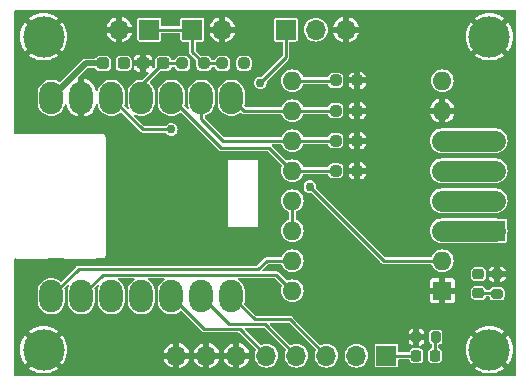
<source format=gbr>
%TF.GenerationSoftware,KiCad,Pcbnew,7.0.5*%
%TF.CreationDate,2023-07-11T15:30:59-04:00*%
%TF.ProjectId,StepperMotor_module_V2_XIAO_RP2040,53746570-7065-4724-9d6f-746f725f6d6f,rev?*%
%TF.SameCoordinates,Original*%
%TF.FileFunction,Copper,L1,Top*%
%TF.FilePolarity,Positive*%
%FSLAX46Y46*%
G04 Gerber Fmt 4.6, Leading zero omitted, Abs format (unit mm)*
G04 Created by KiCad (PCBNEW 7.0.5) date 2023-07-11 15:30:59*
%MOMM*%
%LPD*%
G01*
G04 APERTURE LIST*
G04 Aperture macros list*
%AMRoundRect*
0 Rectangle with rounded corners*
0 $1 Rounding radius*
0 $2 $3 $4 $5 $6 $7 $8 $9 X,Y pos of 4 corners*
0 Add a 4 corners polygon primitive as box body*
4,1,4,$2,$3,$4,$5,$6,$7,$8,$9,$2,$3,0*
0 Add four circle primitives for the rounded corners*
1,1,$1+$1,$2,$3*
1,1,$1+$1,$4,$5*
1,1,$1+$1,$6,$7*
1,1,$1+$1,$8,$9*
0 Add four rect primitives between the rounded corners*
20,1,$1+$1,$2,$3,$4,$5,0*
20,1,$1+$1,$4,$5,$6,$7,0*
20,1,$1+$1,$6,$7,$8,$9,0*
20,1,$1+$1,$8,$9,$2,$3,0*%
G04 Aperture macros list end*
%TA.AperFunction,ComponentPad*%
%ADD10R,1.700000X1.700000*%
%TD*%
%TA.AperFunction,ComponentPad*%
%ADD11O,1.700000X1.700000*%
%TD*%
%TA.AperFunction,SMDPad,CuDef*%
%ADD12RoundRect,0.237500X0.250000X0.237500X-0.250000X0.237500X-0.250000X-0.237500X0.250000X-0.237500X0*%
%TD*%
%TA.AperFunction,SMDPad,CuDef*%
%ADD13RoundRect,1.000000X0.000000X-0.375000X0.000000X0.375000X0.000000X0.375000X0.000000X-0.375000X0*%
%TD*%
%TA.AperFunction,SMDPad,CuDef*%
%ADD14RoundRect,0.237500X-0.250000X-0.237500X0.250000X-0.237500X0.250000X0.237500X-0.250000X0.237500X0*%
%TD*%
%TA.AperFunction,ComponentPad*%
%ADD15C,3.500000*%
%TD*%
%TA.AperFunction,SMDPad,CuDef*%
%ADD16RoundRect,0.218750X0.256250X-0.218750X0.256250X0.218750X-0.256250X0.218750X-0.256250X-0.218750X0*%
%TD*%
%TA.AperFunction,ComponentPad*%
%ADD17R,1.600000X1.600000*%
%TD*%
%TA.AperFunction,ComponentPad*%
%ADD18O,1.600000X1.600000*%
%TD*%
%TA.AperFunction,SMDPad,CuDef*%
%ADD19RoundRect,0.237500X-0.287500X-0.237500X0.287500X-0.237500X0.287500X0.237500X-0.287500X0.237500X0*%
%TD*%
%TA.AperFunction,SMDPad,CuDef*%
%ADD20RoundRect,0.200000X0.200000X0.275000X-0.200000X0.275000X-0.200000X-0.275000X0.200000X-0.275000X0*%
%TD*%
%TA.AperFunction,SMDPad,CuDef*%
%ADD21RoundRect,0.200000X0.275000X-0.200000X0.275000X0.200000X-0.275000X0.200000X-0.275000X-0.200000X0*%
%TD*%
%TA.AperFunction,SMDPad,CuDef*%
%ADD22RoundRect,0.218750X0.218750X0.256250X-0.218750X0.256250X-0.218750X-0.256250X0.218750X-0.256250X0*%
%TD*%
%TA.AperFunction,SMDPad,CuDef*%
%ADD23RoundRect,0.237500X0.300000X0.237500X-0.300000X0.237500X-0.300000X-0.237500X0.300000X-0.237500X0*%
%TD*%
%TA.AperFunction,ViaPad*%
%ADD24C,0.762000*%
%TD*%
%TA.AperFunction,Conductor*%
%ADD25C,0.254000*%
%TD*%
%TA.AperFunction,Conductor*%
%ADD26C,1.778000*%
%TD*%
%TA.AperFunction,Conductor*%
%ADD27C,0.508000*%
%TD*%
G04 APERTURE END LIST*
D10*
%TO.P,J1,1,Pin_1*%
%TO.N,VPP*%
X153780000Y-87500000D03*
D11*
%TO.P,J1,2,Pin_2*%
X151240000Y-87500000D03*
%TO.P,J1,3,Pin_3*%
%TO.N,GPIO*%
X148700000Y-87500000D03*
%TO.P,J1,4,Pin_4*%
%TO.N,SCL*%
X146160000Y-87500000D03*
%TO.P,J1,5,Pin_5*%
%TO.N,SDA*%
X143620000Y-87500000D03*
%TO.P,J1,6,Pin_6*%
%TO.N,GND*%
X141080000Y-87500000D03*
%TO.P,J1,7,Pin_7*%
X138540000Y-87500000D03*
%TO.P,J1,8,Pin_8*%
X136000000Y-87500000D03*
%TD*%
D12*
%TO.P,R11,1*%
%TO.N,+3V3*%
X141712500Y-62750000D03*
%TO.P,R11,2*%
%TO.N,Net-(J6-Pin_1)*%
X139887500Y-62750000D03*
%TD*%
D10*
%TO.P,J3,1,Pin_1*%
%TO.N,PWM_S*%
X145260000Y-59900000D03*
D11*
%TO.P,J3,2,Pin_2*%
%TO.N,VCC*%
X147800000Y-59900000D03*
%TO.P,J3,3,Pin_3*%
%TO.N,GND*%
X150340000Y-59900000D03*
%TD*%
D13*
%TO.P,U1,1,PA02_A0_D0*%
%TO.N,STEP*%
X125399250Y-82460500D03*
%TO.P,U1,2,PA4_A1_D1*%
%TO.N,DIR*%
X127939250Y-82460500D03*
%TO.P,U1,3,PA10_A2_D2*%
%TO.N,unconnected-(U1-PA10_A2_D2-Pad3)*%
X130479250Y-82460500D03*
%TO.P,U1,4,PA11_A3_D3*%
%TO.N,PWM_S*%
X133019250Y-82460500D03*
%TO.P,U1,5,PA8_A4_D4_SDA*%
%TO.N,SDA*%
X135559250Y-82460500D03*
%TO.P,U1,6,PA9_A5_D5_SCL*%
%TO.N,SCL*%
X138099250Y-82460500D03*
%TO.P,U1,7,PB08_A6_D6_TX*%
%TO.N,GPIO*%
X140639250Y-82460500D03*
%TO.P,U1,8,PB09_A7_D7_RX*%
%TO.N,MS1*%
X140639250Y-65660500D03*
%TO.P,U1,9,PA7_A8_D8_SCK*%
%TO.N,MS2*%
X138099250Y-65660500D03*
%TO.P,U1,10,PA5_A9_D9_MISO*%
%TO.N,MS3*%
X135559250Y-65660500D03*
%TO.P,U1,11,PA6_A10_D10_MOSI*%
%TO.N,LIMIT_SW_0*%
X133019250Y-65660500D03*
%TO.P,U1,12,3V3*%
%TO.N,+3V3*%
X130479250Y-65660500D03*
%TO.P,U1,13,GND*%
%TO.N,GND*%
X127939250Y-65660500D03*
%TO.P,U1,14,5V*%
%TO.N,Net-(D2-K)*%
X125399250Y-65660500D03*
%TD*%
D14*
%TO.P,R1,1*%
%TO.N,/A4988_Module/M_EN*%
X149487500Y-64200000D03*
%TO.P,R1,2*%
%TO.N,GND*%
X151312500Y-64200000D03*
%TD*%
D15*
%TO.P,H3,1,1*%
%TO.N,GND*%
X162500000Y-87000000D03*
%TD*%
D14*
%TO.P,R12,1*%
%TO.N,LIMIT_SW_0*%
X136504166Y-62750000D03*
%TO.P,R12,2*%
%TO.N,Net-(J6-Pin_1)*%
X138329166Y-62750000D03*
%TD*%
D10*
%TO.P,J7,1,Pin_1*%
%TO.N,Net-(J6-Pin_1)*%
X137340000Y-59900000D03*
D11*
%TO.P,J7,2,Pin_2*%
%TO.N,GND*%
X139880000Y-59900000D03*
%TD*%
D14*
%TO.P,R4,1*%
%TO.N,MS3*%
X149487500Y-71850000D03*
%TO.P,R4,2*%
%TO.N,GND*%
X151312500Y-71850000D03*
%TD*%
D16*
%TO.P,D1,1,K*%
%TO.N,Net-(D1-K)*%
X161566667Y-82187500D03*
%TO.P,D1,2,A*%
%TO.N,VCC*%
X161566667Y-80612500D03*
%TD*%
D17*
%TO.P,A1,1,GND*%
%TO.N,GND*%
X158500000Y-82000000D03*
D18*
%TO.P,A1,2,VDD*%
%TO.N,+3V3*%
X158500000Y-79460000D03*
%TO.P,A1,3,1B*%
%TO.N,1B*%
X158500000Y-76920000D03*
%TO.P,A1,4,1A*%
%TO.N,1A*%
X158500000Y-74380000D03*
%TO.P,A1,5,2A*%
%TO.N,2A*%
X158500000Y-71840000D03*
%TO.P,A1,6,2B*%
%TO.N,2B*%
X158500000Y-69300000D03*
%TO.P,A1,7,GND*%
%TO.N,GND*%
X158500000Y-66760000D03*
%TO.P,A1,8,VMOT*%
%TO.N,VPP*%
X158500000Y-64220000D03*
%TO.P,A1,9,~{ENABLE}*%
%TO.N,/A4988_Module/M_EN*%
X145800000Y-64220000D03*
%TO.P,A1,10,MS1*%
%TO.N,MS1*%
X145800000Y-66760000D03*
%TO.P,A1,11,MS2*%
%TO.N,MS2*%
X145800000Y-69300000D03*
%TO.P,A1,12,MS3*%
%TO.N,MS3*%
X145800000Y-71840000D03*
%TO.P,A1,13,~{RESET}*%
%TO.N,Net-(A1-~{RESET})*%
X145800000Y-74380000D03*
%TO.P,A1,14,~{SLEEP}*%
X145800000Y-76920000D03*
%TO.P,A1,15,STEP*%
%TO.N,STEP*%
X145800000Y-79460000D03*
%TO.P,A1,16,DIR*%
%TO.N,DIR*%
X145800000Y-82000000D03*
%TD*%
D19*
%TO.P,D2,1,K*%
%TO.N,Net-(D2-K)*%
X129775000Y-62750000D03*
%TO.P,D2,2,A*%
%TO.N,VCC*%
X131525000Y-62750000D03*
%TD*%
D10*
%TO.P,J6,1,Pin_1*%
%TO.N,Net-(J6-Pin_1)*%
X133700000Y-59900000D03*
D11*
%TO.P,J6,2,Pin_2*%
%TO.N,GND*%
X131160000Y-59900000D03*
%TD*%
D20*
%TO.P,R10,1*%
%TO.N,Net-(D4-K)*%
X157965000Y-85916666D03*
%TO.P,R10,2*%
%TO.N,GND*%
X156315000Y-85916666D03*
%TD*%
D21*
%TO.P,R8,1*%
%TO.N,Net-(D1-K)*%
X163150000Y-82265000D03*
%TO.P,R8,2*%
%TO.N,GND*%
X163150000Y-80615000D03*
%TD*%
D22*
%TO.P,D4,1,K*%
%TO.N,Net-(D4-K)*%
X157887500Y-87500000D03*
%TO.P,D4,2,A*%
%TO.N,VPP*%
X156312500Y-87500000D03*
%TD*%
D15*
%TO.P,H2,1,1*%
%TO.N,GND*%
X124750000Y-60500000D03*
%TD*%
D23*
%TO.P,C2,1*%
%TO.N,LIMIT_SW_0*%
X134895833Y-62750000D03*
%TO.P,C2,2*%
%TO.N,GND*%
X133170833Y-62750000D03*
%TD*%
D15*
%TO.P,H4,1,1*%
%TO.N,GND*%
X162500000Y-60500000D03*
%TD*%
%TO.P,H1,1,1*%
%TO.N,GND*%
X124750000Y-87000000D03*
%TD*%
D14*
%TO.P,R3,1*%
%TO.N,MS2*%
X149487500Y-69300000D03*
%TO.P,R3,2*%
%TO.N,GND*%
X151312500Y-69300000D03*
%TD*%
D10*
%TO.P,J4,1,Pin_1*%
%TO.N,1B*%
X162990000Y-76920000D03*
D11*
%TO.P,J4,2,Pin_2*%
%TO.N,1A*%
X162990000Y-74380000D03*
%TO.P,J4,3,Pin_3*%
%TO.N,2A*%
X162990000Y-71840000D03*
%TO.P,J4,4,Pin_4*%
%TO.N,2B*%
X162990000Y-69300000D03*
%TD*%
D14*
%TO.P,R2,1*%
%TO.N,MS1*%
X149487500Y-66750000D03*
%TO.P,R2,2*%
%TO.N,GND*%
X151312500Y-66750000D03*
%TD*%
D24*
%TO.N,GND*%
X139500000Y-74500000D03*
X139500000Y-72500000D03*
X136000000Y-85000000D03*
X132000000Y-88000000D03*
X134000000Y-88000000D03*
X134000000Y-86500000D03*
X132000000Y-86500000D03*
%TO.N,VCC*%
X161600000Y-80600000D03*
%TO.N,GND*%
X156000000Y-78000000D03*
X128000000Y-86500000D03*
X130000000Y-85000000D03*
X132500000Y-75000000D03*
X152000000Y-84000000D03*
X150000000Y-78000000D03*
X128000000Y-85000000D03*
X134000000Y-85000000D03*
X128000000Y-88000000D03*
X156000000Y-82000000D03*
X164000000Y-65500000D03*
X137500000Y-72500000D03*
X130000000Y-88000000D03*
X156000000Y-72000000D03*
X132500000Y-72500000D03*
X152000000Y-76000000D03*
X152000000Y-80000000D03*
X132000000Y-85000000D03*
X152000000Y-82000000D03*
X150000000Y-80000000D03*
X130000000Y-86500000D03*
X162000000Y-63500000D03*
X156000000Y-68000000D03*
X162000000Y-65500000D03*
X132500000Y-70000000D03*
X150000000Y-84000000D03*
X156000000Y-70000000D03*
X153500000Y-64100000D03*
X164000000Y-63500000D03*
X152000000Y-74000000D03*
X150000000Y-82000000D03*
X150000000Y-74000000D03*
X156000000Y-76000000D03*
X132500000Y-77500000D03*
X156000000Y-74000000D03*
%TO.N,+3V3*%
X147300000Y-73180000D03*
X141712500Y-62786900D03*
X135550000Y-68350000D03*
%TO.N,PWM_S*%
X143100000Y-64400000D03*
X133019250Y-82460500D03*
%TO.N,VCC*%
X131500000Y-62750000D03*
%TD*%
D25*
%TO.N,GPIO*%
X145637200Y-84437200D02*
X148700000Y-87500000D01*
X142615950Y-84437200D02*
X145637200Y-84437200D01*
X140639250Y-82460500D02*
X142615950Y-84437200D01*
%TO.N,SCL*%
X143503600Y-84843600D02*
X146160000Y-87500000D01*
X140482350Y-84843600D02*
X143503600Y-84843600D01*
X138099250Y-82460500D02*
X140482350Y-84843600D01*
%TO.N,SDA*%
X138348750Y-85250000D02*
X141370000Y-85250000D01*
X135559250Y-82460500D02*
X138348750Y-85250000D01*
X141370000Y-85250000D02*
X143620000Y-87500000D01*
%TO.N,Net-(D1-K)*%
X163072500Y-82187500D02*
X163150000Y-82265000D01*
X161566667Y-82187500D02*
X163072500Y-82187500D01*
%TO.N,VPP*%
X156312500Y-87500000D02*
X153775000Y-87500000D01*
%TO.N,LIMIT_SW_0*%
X133019250Y-65660500D02*
X133019250Y-64626583D01*
X133019250Y-64626583D02*
X134895833Y-62750000D01*
X134895833Y-62750000D02*
X136504166Y-62750000D01*
%TO.N,Net-(D4-K)*%
X157887500Y-85994166D02*
X157965000Y-85916666D01*
X157887500Y-87500000D02*
X157887500Y-85994166D01*
%TO.N,/A4988_Module/M_EN*%
X145800000Y-64220000D02*
X149467500Y-64220000D01*
X149467500Y-64220000D02*
X149487500Y-64200000D01*
%TO.N,MS1*%
X145800000Y-66760000D02*
X149477500Y-66760000D01*
X145800000Y-66760000D02*
X141738750Y-66760000D01*
X141738750Y-66760000D02*
X140639250Y-65660500D01*
X149477500Y-66760000D02*
X149487500Y-66750000D01*
%TO.N,MS2*%
X138099250Y-65660500D02*
X138099250Y-67449250D01*
X139950000Y-69300000D02*
X145800000Y-69300000D01*
X138099250Y-67449250D02*
X139950000Y-69300000D01*
X145800000Y-69300000D02*
X149487500Y-69300000D01*
%TO.N,MS3*%
X135559250Y-65660500D02*
X139798750Y-69900000D01*
X139798750Y-69900000D02*
X143860000Y-69900000D01*
X143860000Y-69900000D02*
X145800000Y-71840000D01*
X149477500Y-71840000D02*
X149487500Y-71850000D01*
X145800000Y-71840000D02*
X149477500Y-71840000D01*
%TO.N,STEP*%
X145800000Y-79460000D02*
X143630000Y-79460000D01*
X125399250Y-82460500D02*
X127709750Y-80150000D01*
X142940000Y-80150000D02*
X140700000Y-80150000D01*
X127709750Y-80150000D02*
X140700000Y-80150000D01*
X143630000Y-79460000D02*
X142940000Y-80150000D01*
%TO.N,DIR*%
X144450000Y-80650000D02*
X145800000Y-82000000D01*
X127939250Y-82460500D02*
X129749750Y-80650000D01*
X129749750Y-80650000D02*
X144450000Y-80650000D01*
D26*
%TO.N,1B*%
X158500000Y-76920000D02*
X162990000Y-76920000D01*
%TO.N,1A*%
X158500000Y-74380000D02*
X162990000Y-74380000D01*
D25*
%TO.N,+3V3*%
X153580000Y-79460000D02*
X158500000Y-79460000D01*
X147300000Y-73180000D02*
X153580000Y-79460000D01*
X130479250Y-65660500D02*
X133168750Y-68350000D01*
X133168750Y-68350000D02*
X135550000Y-68350000D01*
D26*
%TO.N,2A*%
X158500000Y-71840000D02*
X162990000Y-71840000D01*
%TO.N,2B*%
X158500000Y-69300000D02*
X162990000Y-69300000D01*
D25*
%TO.N,Net-(J6-Pin_1)*%
X133700000Y-59900000D02*
X137340000Y-59900000D01*
X137340000Y-61760834D02*
X138329166Y-62750000D01*
X137340000Y-59900000D02*
X137340000Y-61760834D01*
X138329166Y-62750000D02*
X139887500Y-62750000D01*
%TO.N,PWM_S*%
X145260000Y-62240000D02*
X143100000Y-64400000D01*
X145260000Y-59900000D02*
X145260000Y-62240000D01*
D27*
%TO.N,Net-(D2-K)*%
X128309750Y-62750000D02*
X125399250Y-65660500D01*
X129775000Y-62750000D02*
X128309750Y-62750000D01*
D25*
%TO.N,Net-(A1-~{RESET})*%
X145800000Y-74380000D02*
X145800000Y-76920000D01*
%TD*%
%TA.AperFunction,Conductor*%
%TO.N,GND*%
G36*
X164714101Y-58275065D02*
G01*
X164744165Y-58327136D01*
X164745500Y-58342400D01*
X164745500Y-89157600D01*
X164724935Y-89214101D01*
X164672864Y-89244165D01*
X164657600Y-89245500D01*
X122342400Y-89245500D01*
X122285899Y-89224935D01*
X122255835Y-89172864D01*
X122254500Y-89157600D01*
X122254500Y-86999999D01*
X122740881Y-86999999D01*
X122761331Y-87285933D01*
X122822262Y-87566027D01*
X122822264Y-87566035D01*
X122922440Y-87834616D01*
X123059821Y-88086210D01*
X123059826Y-88086217D01*
X123164604Y-88226184D01*
X123811857Y-87578930D01*
X123914894Y-87723624D01*
X124066932Y-87868592D01*
X124172665Y-87936542D01*
X123523814Y-88585394D01*
X123663782Y-88690173D01*
X123663789Y-88690178D01*
X123915383Y-88827559D01*
X124183964Y-88927735D01*
X124183972Y-88927737D01*
X124464066Y-88988668D01*
X124749999Y-89009118D01*
X125035933Y-88988668D01*
X125316027Y-88927737D01*
X125316035Y-88927735D01*
X125584616Y-88827559D01*
X125836210Y-88690178D01*
X125836219Y-88690172D01*
X125976184Y-88585395D01*
X125976184Y-88585394D01*
X125329573Y-87938784D01*
X125347410Y-87929589D01*
X125512540Y-87799729D01*
X125650110Y-87640965D01*
X125686736Y-87577525D01*
X126335394Y-88226184D01*
X126335395Y-88226184D01*
X126440172Y-88086219D01*
X126440178Y-88086210D01*
X126577559Y-87834616D01*
X126677735Y-87566035D01*
X126677737Y-87566027D01*
X126738668Y-87285933D01*
X126741524Y-87245999D01*
X134924450Y-87245999D01*
X134924451Y-87246000D01*
X135568884Y-87246000D01*
X135540507Y-87290156D01*
X135500000Y-87428111D01*
X135500000Y-87571889D01*
X135540507Y-87709844D01*
X135568884Y-87754000D01*
X134924451Y-87754000D01*
X134966139Y-87900515D01*
X134966140Y-87900518D01*
X135057341Y-88083674D01*
X135180632Y-88246938D01*
X135180640Y-88246947D01*
X135331839Y-88384785D01*
X135331841Y-88384786D01*
X135505792Y-88492492D01*
X135505797Y-88492494D01*
X135696575Y-88566402D01*
X135696584Y-88566405D01*
X135746000Y-88575641D01*
X135746000Y-87933674D01*
X135857685Y-87984680D01*
X135964237Y-88000000D01*
X136035763Y-88000000D01*
X136142315Y-87984680D01*
X136254000Y-87933674D01*
X136254000Y-88575640D01*
X136303415Y-88566405D01*
X136303424Y-88566402D01*
X136494202Y-88492494D01*
X136494207Y-88492492D01*
X136668158Y-88384786D01*
X136668160Y-88384785D01*
X136819359Y-88246947D01*
X136819367Y-88246938D01*
X136942658Y-88083674D01*
X137033859Y-87900518D01*
X137033860Y-87900515D01*
X137075549Y-87754000D01*
X136431116Y-87754000D01*
X136459493Y-87709844D01*
X136500000Y-87571889D01*
X136500000Y-87428111D01*
X136459493Y-87290156D01*
X136431116Y-87246000D01*
X137075549Y-87246000D01*
X137075549Y-87245999D01*
X137464450Y-87245999D01*
X137464451Y-87246000D01*
X138108884Y-87246000D01*
X138080507Y-87290156D01*
X138040000Y-87428111D01*
X138040000Y-87571889D01*
X138080507Y-87709844D01*
X138108884Y-87754000D01*
X137464451Y-87754000D01*
X137506139Y-87900515D01*
X137506140Y-87900518D01*
X137597341Y-88083674D01*
X137720632Y-88246938D01*
X137720640Y-88246947D01*
X137871839Y-88384785D01*
X137871841Y-88384786D01*
X138045792Y-88492492D01*
X138045797Y-88492494D01*
X138236575Y-88566402D01*
X138236584Y-88566405D01*
X138286000Y-88575641D01*
X138286000Y-87933674D01*
X138397685Y-87984680D01*
X138504237Y-88000000D01*
X138575763Y-88000000D01*
X138682315Y-87984680D01*
X138794000Y-87933674D01*
X138794000Y-88575641D01*
X138843415Y-88566405D01*
X138843424Y-88566402D01*
X139034202Y-88492494D01*
X139034207Y-88492492D01*
X139208158Y-88384786D01*
X139208160Y-88384785D01*
X139359359Y-88246947D01*
X139359367Y-88246938D01*
X139482658Y-88083674D01*
X139573859Y-87900518D01*
X139573860Y-87900515D01*
X139615549Y-87754000D01*
X138971116Y-87754000D01*
X138999493Y-87709844D01*
X139040000Y-87571889D01*
X139040000Y-87428111D01*
X138999493Y-87290156D01*
X138971116Y-87246000D01*
X139615549Y-87246000D01*
X139615549Y-87245999D01*
X140004450Y-87245999D01*
X140004451Y-87246000D01*
X140648884Y-87246000D01*
X140620507Y-87290156D01*
X140580000Y-87428111D01*
X140580000Y-87571889D01*
X140620507Y-87709844D01*
X140648884Y-87754000D01*
X140004451Y-87754000D01*
X140046139Y-87900515D01*
X140046140Y-87900518D01*
X140137341Y-88083674D01*
X140260632Y-88246938D01*
X140260640Y-88246947D01*
X140411839Y-88384785D01*
X140411841Y-88384786D01*
X140585792Y-88492492D01*
X140585797Y-88492494D01*
X140776575Y-88566402D01*
X140776584Y-88566405D01*
X140826000Y-88575641D01*
X140826000Y-87933674D01*
X140937685Y-87984680D01*
X141044237Y-88000000D01*
X141115763Y-88000000D01*
X141222315Y-87984680D01*
X141334000Y-87933674D01*
X141334000Y-88575641D01*
X141383415Y-88566405D01*
X141383424Y-88566402D01*
X141574202Y-88492494D01*
X141574207Y-88492492D01*
X141748158Y-88384786D01*
X141748160Y-88384785D01*
X141899359Y-88246947D01*
X141899367Y-88246938D01*
X142022658Y-88083674D01*
X142113859Y-87900518D01*
X142113860Y-87900515D01*
X142155549Y-87754000D01*
X141511116Y-87754000D01*
X141539493Y-87709844D01*
X141580000Y-87571889D01*
X141580000Y-87428111D01*
X141539493Y-87290156D01*
X141511116Y-87246000D01*
X142155549Y-87246000D01*
X142155549Y-87245999D01*
X142113860Y-87099484D01*
X142113859Y-87099481D01*
X142022658Y-86916325D01*
X141899367Y-86753061D01*
X141899359Y-86753052D01*
X141748160Y-86615214D01*
X141748158Y-86615213D01*
X141574207Y-86507507D01*
X141574202Y-86507505D01*
X141383418Y-86433595D01*
X141383410Y-86433592D01*
X141334000Y-86424356D01*
X141334000Y-87066325D01*
X141222315Y-87015320D01*
X141115763Y-87000000D01*
X141044237Y-87000000D01*
X140937685Y-87015320D01*
X140826000Y-87066325D01*
X140826000Y-86424356D01*
X140825999Y-86424356D01*
X140776589Y-86433592D01*
X140776581Y-86433595D01*
X140585797Y-86507505D01*
X140585792Y-86507507D01*
X140411841Y-86615213D01*
X140411839Y-86615214D01*
X140260640Y-86753052D01*
X140260632Y-86753061D01*
X140137341Y-86916325D01*
X140046140Y-87099481D01*
X140046139Y-87099484D01*
X140004450Y-87245999D01*
X139615549Y-87245999D01*
X139573860Y-87099484D01*
X139573859Y-87099481D01*
X139482658Y-86916325D01*
X139359367Y-86753061D01*
X139359359Y-86753052D01*
X139208160Y-86615214D01*
X139208158Y-86615213D01*
X139034207Y-86507507D01*
X139034202Y-86507505D01*
X138843418Y-86433595D01*
X138843410Y-86433592D01*
X138794000Y-86424356D01*
X138794000Y-87066325D01*
X138682315Y-87015320D01*
X138575763Y-87000000D01*
X138504237Y-87000000D01*
X138397685Y-87015320D01*
X138286000Y-87066325D01*
X138286000Y-86424356D01*
X138285999Y-86424356D01*
X138236589Y-86433592D01*
X138236581Y-86433595D01*
X138045797Y-86507505D01*
X138045792Y-86507507D01*
X137871841Y-86615213D01*
X137871839Y-86615214D01*
X137720640Y-86753052D01*
X137720632Y-86753061D01*
X137597341Y-86916325D01*
X137506140Y-87099481D01*
X137506139Y-87099484D01*
X137464450Y-87245999D01*
X137075549Y-87245999D01*
X137033860Y-87099484D01*
X137033859Y-87099481D01*
X136942658Y-86916325D01*
X136819367Y-86753061D01*
X136819359Y-86753052D01*
X136668160Y-86615214D01*
X136668158Y-86615213D01*
X136494207Y-86507507D01*
X136494202Y-86507505D01*
X136303418Y-86433595D01*
X136303410Y-86433592D01*
X136254000Y-86424356D01*
X136254000Y-87066325D01*
X136142315Y-87015320D01*
X136035763Y-87000000D01*
X135964237Y-87000000D01*
X135857685Y-87015320D01*
X135746000Y-87066325D01*
X135746000Y-86424356D01*
X135745999Y-86424356D01*
X135696589Y-86433592D01*
X135696581Y-86433595D01*
X135505797Y-86507505D01*
X135505792Y-86507507D01*
X135331841Y-86615213D01*
X135331839Y-86615214D01*
X135180640Y-86753052D01*
X135180632Y-86753061D01*
X135057341Y-86916325D01*
X134966140Y-87099481D01*
X134966139Y-87099484D01*
X134924450Y-87245999D01*
X126741524Y-87245999D01*
X126759118Y-86999999D01*
X126738668Y-86714066D01*
X126677737Y-86433972D01*
X126677735Y-86433964D01*
X126577559Y-86165383D01*
X126440178Y-85913789D01*
X126440173Y-85913782D01*
X126335394Y-85773814D01*
X125688140Y-86421067D01*
X125585106Y-86276376D01*
X125433068Y-86131408D01*
X125327332Y-86063455D01*
X125976184Y-85414604D01*
X125836217Y-85309826D01*
X125836210Y-85309821D01*
X125584616Y-85172440D01*
X125316035Y-85072264D01*
X125316027Y-85072262D01*
X125035933Y-85011331D01*
X124750000Y-84990881D01*
X124464066Y-85011331D01*
X124183972Y-85072262D01*
X124183964Y-85072264D01*
X123915383Y-85172440D01*
X123663789Y-85309821D01*
X123663782Y-85309826D01*
X123523814Y-85414603D01*
X124170426Y-86061215D01*
X124152590Y-86070411D01*
X123987460Y-86200271D01*
X123849890Y-86359035D01*
X123813263Y-86422474D01*
X123164603Y-85773814D01*
X123059826Y-85913782D01*
X123059821Y-85913789D01*
X122922440Y-86165383D01*
X122822264Y-86433964D01*
X122822262Y-86433972D01*
X122761331Y-86714066D01*
X122740881Y-86999999D01*
X122254500Y-86999999D01*
X122254500Y-82906654D01*
X124246350Y-82906654D01*
X124246351Y-82906671D01*
X124252513Y-82995461D01*
X124301431Y-83203444D01*
X124301434Y-83203455D01*
X124387736Y-83398911D01*
X124387737Y-83398913D01*
X124508480Y-83575176D01*
X124508482Y-83575178D01*
X124508485Y-83575182D01*
X124659568Y-83726265D01*
X124659571Y-83726267D01*
X124659573Y-83726269D01*
X124835836Y-83847012D01*
X124835838Y-83847013D01*
X124835839Y-83847013D01*
X124835840Y-83847014D01*
X125031299Y-83933317D01*
X125239287Y-83982236D01*
X125328093Y-83988400D01*
X125470406Y-83988399D01*
X125470422Y-83988398D01*
X125509750Y-83985668D01*
X125559213Y-83982236D01*
X125767201Y-83933317D01*
X125962660Y-83847014D01*
X126138932Y-83726265D01*
X126290015Y-83575182D01*
X126410764Y-83398910D01*
X126497067Y-83203451D01*
X126545986Y-82995463D01*
X126552150Y-82906657D01*
X126552149Y-82014344D01*
X126545986Y-81925537D01*
X126516077Y-81798376D01*
X126523159Y-81738671D01*
X126539484Y-81716102D01*
X126748813Y-81506773D01*
X126803305Y-81481364D01*
X126861383Y-81496927D01*
X126895871Y-81546180D01*
X126891377Y-81604434D01*
X126841433Y-81717549D01*
X126841431Y-81717555D01*
X126792513Y-81925538D01*
X126786350Y-82014341D01*
X126786350Y-82906654D01*
X126786351Y-82906671D01*
X126792513Y-82995461D01*
X126841431Y-83203444D01*
X126841434Y-83203455D01*
X126927736Y-83398911D01*
X126927737Y-83398913D01*
X127048480Y-83575176D01*
X127048482Y-83575178D01*
X127048485Y-83575182D01*
X127199568Y-83726265D01*
X127199571Y-83726267D01*
X127199573Y-83726269D01*
X127375836Y-83847012D01*
X127375838Y-83847013D01*
X127375839Y-83847013D01*
X127375840Y-83847014D01*
X127571299Y-83933317D01*
X127779287Y-83982236D01*
X127868093Y-83988400D01*
X128010406Y-83988399D01*
X128010422Y-83988398D01*
X128049750Y-83985668D01*
X128099213Y-83982236D01*
X128307201Y-83933317D01*
X128502660Y-83847014D01*
X128678932Y-83726265D01*
X128830015Y-83575182D01*
X128950764Y-83398910D01*
X129037067Y-83203451D01*
X129085986Y-82995463D01*
X129092150Y-82906657D01*
X129092149Y-82014344D01*
X129085986Y-81925537D01*
X129056077Y-81798376D01*
X129063159Y-81738671D01*
X129079484Y-81716102D01*
X129288813Y-81506773D01*
X129343305Y-81481364D01*
X129401383Y-81496927D01*
X129435871Y-81546180D01*
X129431377Y-81604434D01*
X129381433Y-81717549D01*
X129381431Y-81717555D01*
X129332513Y-81925538D01*
X129326350Y-82014341D01*
X129326350Y-82906654D01*
X129326351Y-82906671D01*
X129332513Y-82995461D01*
X129381431Y-83203444D01*
X129381434Y-83203455D01*
X129467736Y-83398911D01*
X129467737Y-83398913D01*
X129588480Y-83575176D01*
X129588482Y-83575178D01*
X129588485Y-83575182D01*
X129739568Y-83726265D01*
X129739571Y-83726267D01*
X129739573Y-83726269D01*
X129915836Y-83847012D01*
X129915838Y-83847013D01*
X129915839Y-83847013D01*
X129915840Y-83847014D01*
X130111299Y-83933317D01*
X130319287Y-83982236D01*
X130408093Y-83988400D01*
X130550406Y-83988399D01*
X130550422Y-83988398D01*
X130589750Y-83985668D01*
X130639213Y-83982236D01*
X130847201Y-83933317D01*
X131042660Y-83847014D01*
X131218932Y-83726265D01*
X131370015Y-83575182D01*
X131490764Y-83398910D01*
X131577067Y-83203451D01*
X131625986Y-82995463D01*
X131632150Y-82906657D01*
X131632149Y-82014344D01*
X131625986Y-81925537D01*
X131577067Y-81717549D01*
X131552584Y-81662101D01*
X131490763Y-81522088D01*
X131490762Y-81522086D01*
X131370019Y-81345823D01*
X131370017Y-81345821D01*
X131370015Y-81345818D01*
X131218932Y-81194735D01*
X131190095Y-81174981D01*
X131066501Y-81090317D01*
X131031510Y-81041421D01*
X131036135Y-80981472D01*
X131078213Y-80938521D01*
X131116177Y-80929900D01*
X132382323Y-80929900D01*
X132438824Y-80950465D01*
X132468888Y-81002536D01*
X132458447Y-81061750D01*
X132431999Y-81090317D01*
X132279571Y-81194732D01*
X132128480Y-81345823D01*
X132007737Y-81522086D01*
X132007736Y-81522088D01*
X131921434Y-81717544D01*
X131921431Y-81717555D01*
X131872513Y-81925538D01*
X131866350Y-82014341D01*
X131866350Y-82906654D01*
X131866351Y-82906671D01*
X131872513Y-82995461D01*
X131921431Y-83203444D01*
X131921434Y-83203455D01*
X132007736Y-83398911D01*
X132007737Y-83398913D01*
X132128480Y-83575176D01*
X132128482Y-83575178D01*
X132128485Y-83575182D01*
X132279568Y-83726265D01*
X132279571Y-83726267D01*
X132279573Y-83726269D01*
X132455836Y-83847012D01*
X132455838Y-83847013D01*
X132455839Y-83847013D01*
X132455840Y-83847014D01*
X132651299Y-83933317D01*
X132859287Y-83982236D01*
X132948093Y-83988400D01*
X133090406Y-83988399D01*
X133090422Y-83988398D01*
X133129750Y-83985668D01*
X133179213Y-83982236D01*
X133387201Y-83933317D01*
X133582660Y-83847014D01*
X133758932Y-83726265D01*
X133910015Y-83575182D01*
X134030764Y-83398910D01*
X134117067Y-83203451D01*
X134165986Y-82995463D01*
X134172150Y-82906657D01*
X134172149Y-82014344D01*
X134165986Y-81925537D01*
X134117067Y-81717549D01*
X134092584Y-81662101D01*
X134030763Y-81522088D01*
X134030762Y-81522086D01*
X133910019Y-81345823D01*
X133910017Y-81345821D01*
X133910015Y-81345818D01*
X133758932Y-81194735D01*
X133730095Y-81174981D01*
X133606501Y-81090317D01*
X133571510Y-81041421D01*
X133576135Y-80981472D01*
X133618213Y-80938521D01*
X133656177Y-80929900D01*
X134922323Y-80929900D01*
X134978824Y-80950465D01*
X135008888Y-81002536D01*
X134998447Y-81061750D01*
X134971999Y-81090317D01*
X134819571Y-81194732D01*
X134668480Y-81345823D01*
X134547737Y-81522086D01*
X134547736Y-81522088D01*
X134461434Y-81717544D01*
X134461431Y-81717555D01*
X134412513Y-81925538D01*
X134406350Y-82014341D01*
X134406350Y-82906654D01*
X134406351Y-82906671D01*
X134412513Y-82995461D01*
X134461431Y-83203444D01*
X134461434Y-83203455D01*
X134547736Y-83398911D01*
X134547737Y-83398913D01*
X134668480Y-83575176D01*
X134668482Y-83575178D01*
X134668485Y-83575182D01*
X134819568Y-83726265D01*
X134819571Y-83726267D01*
X134819573Y-83726269D01*
X134995836Y-83847012D01*
X134995838Y-83847013D01*
X134995839Y-83847013D01*
X134995840Y-83847014D01*
X135191299Y-83933317D01*
X135399287Y-83982236D01*
X135488093Y-83988400D01*
X135630406Y-83988399D01*
X135630422Y-83988398D01*
X135669750Y-83985668D01*
X135719213Y-83982236D01*
X135927201Y-83933317D01*
X136122660Y-83847014D01*
X136298932Y-83726265D01*
X136301891Y-83723305D01*
X136356377Y-83697887D01*
X136414458Y-83713439D01*
X136426208Y-83723296D01*
X138108407Y-85405495D01*
X138115775Y-85415728D01*
X138116608Y-85415100D01*
X138121517Y-85421601D01*
X138142478Y-85440708D01*
X138154667Y-85451821D01*
X138156100Y-85453188D01*
X138169170Y-85466258D01*
X138169173Y-85466260D01*
X138169174Y-85466261D01*
X138172014Y-85468206D01*
X138176793Y-85471991D01*
X138198849Y-85492098D01*
X138207850Y-85495584D01*
X138225779Y-85505036D01*
X138233733Y-85510485D01*
X138233734Y-85510486D01*
X138262781Y-85517317D01*
X138268597Y-85519117D01*
X138296428Y-85529900D01*
X138306082Y-85529900D01*
X138326206Y-85532234D01*
X138335599Y-85534444D01*
X138365150Y-85530321D01*
X138371228Y-85529900D01*
X141217652Y-85529900D01*
X141274153Y-85550465D01*
X141279807Y-85555645D01*
X142694954Y-86970792D01*
X142720365Y-87025286D01*
X142710320Y-87074382D01*
X142688958Y-87114347D01*
X142688957Y-87114351D01*
X142631612Y-87303390D01*
X142612247Y-87499999D01*
X142631612Y-87696609D01*
X142683543Y-87867800D01*
X142688958Y-87885650D01*
X142782084Y-88059878D01*
X142907411Y-88212589D01*
X143060122Y-88337916D01*
X143234350Y-88431042D01*
X143423397Y-88488389D01*
X143620000Y-88507753D01*
X143816603Y-88488389D01*
X144005650Y-88431042D01*
X144179878Y-88337916D01*
X144332589Y-88212589D01*
X144457916Y-88059878D01*
X144551042Y-87885650D01*
X144608389Y-87696603D01*
X144627753Y-87500000D01*
X144608389Y-87303397D01*
X144551042Y-87114350D01*
X144457916Y-86940122D01*
X144332589Y-86787411D01*
X144179878Y-86662084D01*
X144005650Y-86568958D01*
X144005649Y-86568957D01*
X144005648Y-86568957D01*
X143816609Y-86511612D01*
X143816604Y-86511611D01*
X143816603Y-86511611D01*
X143620000Y-86492247D01*
X143619999Y-86492247D01*
X143572657Y-86496909D01*
X143423397Y-86511611D01*
X143423395Y-86511611D01*
X143423390Y-86511612D01*
X143234351Y-86568957D01*
X143234347Y-86568958D01*
X143194382Y-86590320D01*
X143134858Y-86598818D01*
X143090792Y-86574954D01*
X141789393Y-85273555D01*
X141763982Y-85219061D01*
X141779545Y-85160983D01*
X141828798Y-85126495D01*
X141851548Y-85123500D01*
X143351252Y-85123500D01*
X143407753Y-85144065D01*
X143413407Y-85149245D01*
X145234954Y-86970792D01*
X145260365Y-87025286D01*
X145250320Y-87074382D01*
X145228958Y-87114347D01*
X145228957Y-87114351D01*
X145171612Y-87303390D01*
X145152247Y-87500000D01*
X145171612Y-87696609D01*
X145223543Y-87867800D01*
X145228958Y-87885650D01*
X145322084Y-88059878D01*
X145447411Y-88212589D01*
X145600122Y-88337916D01*
X145774350Y-88431042D01*
X145963397Y-88488389D01*
X146160000Y-88507753D01*
X146356603Y-88488389D01*
X146545650Y-88431042D01*
X146719878Y-88337916D01*
X146872589Y-88212589D01*
X146997916Y-88059878D01*
X147091042Y-87885650D01*
X147148389Y-87696603D01*
X147167753Y-87500000D01*
X147148389Y-87303397D01*
X147091042Y-87114350D01*
X146997916Y-86940122D01*
X146872589Y-86787411D01*
X146719878Y-86662084D01*
X146545650Y-86568958D01*
X146545649Y-86568957D01*
X146545648Y-86568957D01*
X146356609Y-86511612D01*
X146356604Y-86511611D01*
X146356603Y-86511611D01*
X146160000Y-86492247D01*
X145963397Y-86511611D01*
X145963395Y-86511611D01*
X145963390Y-86511612D01*
X145774351Y-86568957D01*
X145774347Y-86568958D01*
X145734382Y-86590320D01*
X145674858Y-86598818D01*
X145630792Y-86574954D01*
X143922993Y-84867155D01*
X143897582Y-84812661D01*
X143913145Y-84754583D01*
X143962398Y-84720095D01*
X143985148Y-84717100D01*
X145484852Y-84717100D01*
X145541353Y-84737665D01*
X145547007Y-84742845D01*
X147774954Y-86970792D01*
X147800365Y-87025286D01*
X147790320Y-87074382D01*
X147768958Y-87114347D01*
X147768957Y-87114351D01*
X147711612Y-87303390D01*
X147692247Y-87500000D01*
X147711612Y-87696609D01*
X147763543Y-87867800D01*
X147768958Y-87885650D01*
X147862084Y-88059878D01*
X147987411Y-88212589D01*
X148140122Y-88337916D01*
X148314350Y-88431042D01*
X148503397Y-88488389D01*
X148700000Y-88507753D01*
X148896603Y-88488389D01*
X149085650Y-88431042D01*
X149259878Y-88337916D01*
X149412589Y-88212589D01*
X149537916Y-88059878D01*
X149631042Y-87885650D01*
X149688389Y-87696603D01*
X149707753Y-87500000D01*
X150232247Y-87500000D01*
X150251612Y-87696609D01*
X150303543Y-87867800D01*
X150308958Y-87885650D01*
X150402084Y-88059878D01*
X150527411Y-88212589D01*
X150680122Y-88337916D01*
X150854350Y-88431042D01*
X151043397Y-88488389D01*
X151240000Y-88507753D01*
X151436603Y-88488389D01*
X151625650Y-88431042D01*
X151749098Y-88365058D01*
X152777100Y-88365058D01*
X152785972Y-88409658D01*
X152819766Y-88460234D01*
X152836701Y-88471550D01*
X152870341Y-88494028D01*
X152877741Y-88495499D01*
X152914943Y-88502900D01*
X154645056Y-88502899D01*
X154645058Y-88502899D01*
X154657750Y-88500374D01*
X154689658Y-88494028D01*
X154740234Y-88460234D01*
X154774028Y-88409658D01*
X154782900Y-88365057D01*
X154782900Y-87867800D01*
X154803465Y-87811299D01*
X154855536Y-87781235D01*
X154870800Y-87779900D01*
X155644386Y-87779900D01*
X155700887Y-87800465D01*
X155730951Y-87852536D01*
X155731359Y-87855077D01*
X155732284Y-87861424D01*
X155732625Y-87863764D01*
X155732626Y-87863767D01*
X155762539Y-87924952D01*
X155787101Y-87975193D01*
X155874807Y-88062899D01*
X155922490Y-88086210D01*
X155986233Y-88117373D01*
X155986234Y-88117373D01*
X155986238Y-88117375D01*
X156058478Y-88127900D01*
X156058482Y-88127900D01*
X156566517Y-88127900D01*
X156566522Y-88127900D01*
X156638762Y-88117375D01*
X156638766Y-88117373D01*
X156638767Y-88117373D01*
X156674303Y-88100000D01*
X156750193Y-88062899D01*
X156837899Y-87975193D01*
X156875351Y-87898584D01*
X156892373Y-87863767D01*
X156892373Y-87863766D01*
X156892375Y-87863762D01*
X156902900Y-87791522D01*
X156902900Y-87791517D01*
X157297099Y-87791517D01*
X157297100Y-87791522D01*
X157307625Y-87863762D01*
X157307625Y-87863763D01*
X157307626Y-87863765D01*
X157307626Y-87863767D01*
X157337539Y-87924952D01*
X157362101Y-87975193D01*
X157449807Y-88062899D01*
X157497490Y-88086210D01*
X157561233Y-88117373D01*
X157561234Y-88117373D01*
X157561238Y-88117375D01*
X157633478Y-88127900D01*
X157633482Y-88127900D01*
X158141517Y-88127900D01*
X158141522Y-88127900D01*
X158213762Y-88117375D01*
X158213766Y-88117373D01*
X158213767Y-88117373D01*
X158249303Y-88100000D01*
X158325193Y-88062899D01*
X158412899Y-87975193D01*
X158450351Y-87898584D01*
X158467373Y-87863767D01*
X158467373Y-87863766D01*
X158467375Y-87863762D01*
X158477900Y-87791522D01*
X158477900Y-87208478D01*
X158467375Y-87136238D01*
X158467373Y-87136233D01*
X158467373Y-87136232D01*
X158431625Y-87063111D01*
X158412899Y-87024807D01*
X158388091Y-86999999D01*
X160490881Y-86999999D01*
X160511331Y-87285933D01*
X160572262Y-87566027D01*
X160572264Y-87566035D01*
X160672440Y-87834616D01*
X160809821Y-88086210D01*
X160809826Y-88086217D01*
X160914604Y-88226184D01*
X161561857Y-87578930D01*
X161664894Y-87723624D01*
X161816932Y-87868592D01*
X161922665Y-87936542D01*
X161273814Y-88585394D01*
X161413782Y-88690173D01*
X161413789Y-88690178D01*
X161665383Y-88827559D01*
X161933964Y-88927735D01*
X161933972Y-88927737D01*
X162214066Y-88988668D01*
X162500000Y-89009118D01*
X162785933Y-88988668D01*
X163066027Y-88927737D01*
X163066035Y-88927735D01*
X163334616Y-88827559D01*
X163586210Y-88690178D01*
X163586219Y-88690172D01*
X163726184Y-88585395D01*
X163726184Y-88585394D01*
X163079573Y-87938784D01*
X163097410Y-87929589D01*
X163262540Y-87799729D01*
X163400110Y-87640965D01*
X163436736Y-87577526D01*
X164085394Y-88226184D01*
X164085395Y-88226184D01*
X164190172Y-88086219D01*
X164190178Y-88086210D01*
X164327559Y-87834616D01*
X164427735Y-87566035D01*
X164427737Y-87566027D01*
X164488668Y-87285933D01*
X164509118Y-86999999D01*
X164488668Y-86714066D01*
X164427737Y-86433972D01*
X164427735Y-86433964D01*
X164327559Y-86165383D01*
X164190178Y-85913789D01*
X164190173Y-85913782D01*
X164085394Y-85773814D01*
X163438141Y-86421067D01*
X163335106Y-86276376D01*
X163183068Y-86131408D01*
X163077331Y-86063455D01*
X163726184Y-85414604D01*
X163586217Y-85309826D01*
X163586210Y-85309821D01*
X163334616Y-85172440D01*
X163066035Y-85072264D01*
X163066027Y-85072262D01*
X162785933Y-85011331D01*
X162500000Y-84990881D01*
X162214066Y-85011331D01*
X161933972Y-85072262D01*
X161933964Y-85072264D01*
X161665383Y-85172440D01*
X161413789Y-85309821D01*
X161413782Y-85309826D01*
X161273814Y-85414603D01*
X161920426Y-86061215D01*
X161902590Y-86070411D01*
X161737460Y-86200271D01*
X161599890Y-86359035D01*
X161563263Y-86422474D01*
X160914603Y-85773814D01*
X160809826Y-85913782D01*
X160809821Y-85913789D01*
X160672440Y-86165383D01*
X160572264Y-86433964D01*
X160572262Y-86433972D01*
X160511331Y-86714066D01*
X160490881Y-86999999D01*
X158388091Y-86999999D01*
X158325193Y-86937101D01*
X158282696Y-86916325D01*
X158216693Y-86884057D01*
X158174966Y-86840766D01*
X158167400Y-86805089D01*
X158167400Y-86625117D01*
X158187965Y-86568616D01*
X158240036Y-86538552D01*
X158242566Y-86538144D01*
X158267088Y-86534572D01*
X158372898Y-86482845D01*
X158456179Y-86399564D01*
X158507906Y-86293754D01*
X158517900Y-86225160D01*
X158517900Y-85608172D01*
X158507906Y-85539578D01*
X158456179Y-85433768D01*
X158372898Y-85350487D01*
X158372896Y-85350486D01*
X158372895Y-85350485D01*
X158304423Y-85317012D01*
X158267088Y-85298760D01*
X158198494Y-85288766D01*
X157731506Y-85288766D01*
X157662912Y-85298760D01*
X157662909Y-85298761D01*
X157662910Y-85298761D01*
X157557104Y-85350485D01*
X157473819Y-85433770D01*
X157432635Y-85518016D01*
X157422094Y-85539578D01*
X157412100Y-85608172D01*
X157412100Y-86225160D01*
X157422094Y-86293754D01*
X157447405Y-86345530D01*
X157473819Y-86399561D01*
X157473820Y-86399562D01*
X157473821Y-86399564D01*
X157557102Y-86482845D01*
X157558301Y-86483431D01*
X157559135Y-86484296D01*
X157563031Y-86487078D01*
X157562514Y-86487801D01*
X157600031Y-86526716D01*
X157607600Y-86562401D01*
X157607600Y-86805089D01*
X157587035Y-86861590D01*
X157558307Y-86884057D01*
X157449807Y-86937101D01*
X157362100Y-87024808D01*
X157307626Y-87136232D01*
X157307626Y-87136234D01*
X157307626Y-87136235D01*
X157307625Y-87136238D01*
X157297100Y-87208478D01*
X157297100Y-87208481D01*
X157297100Y-87208482D01*
X157297100Y-87791517D01*
X157297099Y-87791517D01*
X156902900Y-87791517D01*
X156902900Y-87208478D01*
X156892375Y-87136238D01*
X156892373Y-87136233D01*
X156892373Y-87136232D01*
X156856625Y-87063111D01*
X156837899Y-87024807D01*
X156750193Y-86937101D01*
X156707696Y-86916325D01*
X156638766Y-86882626D01*
X156638763Y-86882625D01*
X156638762Y-86882625D01*
X156566522Y-86872100D01*
X156058478Y-86872100D01*
X155986238Y-86882625D01*
X155986236Y-86882625D01*
X155986234Y-86882626D01*
X155986232Y-86882626D01*
X155874808Y-86937100D01*
X155787100Y-87024808D01*
X155732626Y-87136232D01*
X155732625Y-87136235D01*
X155732625Y-87136238D01*
X155731366Y-87144872D01*
X155702873Y-87197818D01*
X155647011Y-87220061D01*
X155644386Y-87220100D01*
X154870799Y-87220100D01*
X154814298Y-87199535D01*
X154784234Y-87147464D01*
X154782899Y-87132200D01*
X154782899Y-86634941D01*
X154778975Y-86615213D01*
X154774028Y-86590342D01*
X154740234Y-86539766D01*
X154732458Y-86534570D01*
X154689658Y-86505971D01*
X154652456Y-86498571D01*
X154645057Y-86497100D01*
X154645056Y-86497100D01*
X152914941Y-86497100D01*
X152870341Y-86505972D01*
X152819767Y-86539765D01*
X152819764Y-86539768D01*
X152785971Y-86590341D01*
X152777100Y-86634943D01*
X152777100Y-88365058D01*
X151749098Y-88365058D01*
X151799878Y-88337916D01*
X151952589Y-88212589D01*
X152077916Y-88059878D01*
X152171042Y-87885650D01*
X152228389Y-87696603D01*
X152247753Y-87500000D01*
X152228389Y-87303397D01*
X152171042Y-87114350D01*
X152077916Y-86940122D01*
X151952589Y-86787411D01*
X151799878Y-86662084D01*
X151625650Y-86568958D01*
X151625649Y-86568957D01*
X151625648Y-86568957D01*
X151436609Y-86511612D01*
X151436604Y-86511611D01*
X151436603Y-86511611D01*
X151240000Y-86492247D01*
X151239999Y-86492247D01*
X151192657Y-86496909D01*
X151043397Y-86511611D01*
X151043395Y-86511611D01*
X151043390Y-86511612D01*
X150854351Y-86568957D01*
X150680121Y-86662084D01*
X150527413Y-86787409D01*
X150527409Y-86787413D01*
X150402084Y-86940121D01*
X150308957Y-87114351D01*
X150251612Y-87303390D01*
X150232247Y-87500000D01*
X149707753Y-87500000D01*
X149688389Y-87303397D01*
X149631042Y-87114350D01*
X149537916Y-86940122D01*
X149412589Y-86787411D01*
X149259878Y-86662084D01*
X149085650Y-86568958D01*
X149085649Y-86568957D01*
X149085648Y-86568957D01*
X148896609Y-86511612D01*
X148896604Y-86511611D01*
X148896603Y-86511611D01*
X148700000Y-86492247D01*
X148503397Y-86511611D01*
X148503395Y-86511611D01*
X148503390Y-86511612D01*
X148314351Y-86568957D01*
X148314347Y-86568958D01*
X148274382Y-86590320D01*
X148214858Y-86598818D01*
X148170792Y-86574954D01*
X147842192Y-86246354D01*
X155661000Y-86246354D01*
X155663875Y-86277021D01*
X155663875Y-86277023D01*
X155709076Y-86406197D01*
X155709077Y-86406201D01*
X155790346Y-86516318D01*
X155790347Y-86516319D01*
X155900464Y-86597588D01*
X155900468Y-86597589D01*
X156029643Y-86642790D01*
X156060311Y-86645665D01*
X156060314Y-86645666D01*
X156060999Y-86645666D01*
X156061000Y-86645665D01*
X156569000Y-86645665D01*
X156569001Y-86645666D01*
X156569686Y-86645666D01*
X156569688Y-86645665D01*
X156600355Y-86642790D01*
X156600357Y-86642790D01*
X156729531Y-86597589D01*
X156729535Y-86597588D01*
X156839652Y-86516319D01*
X156839653Y-86516318D01*
X156920922Y-86406201D01*
X156920923Y-86406197D01*
X156966124Y-86277023D01*
X156966124Y-86277021D01*
X156968999Y-86246354D01*
X156969000Y-86246352D01*
X156969000Y-86170667D01*
X156968999Y-86170666D01*
X156569001Y-86170666D01*
X156569000Y-86170667D01*
X156569000Y-86645665D01*
X156061000Y-86645665D01*
X156061000Y-86645664D01*
X156061000Y-86170667D01*
X156060999Y-86170666D01*
X155661001Y-86170666D01*
X155661000Y-86170667D01*
X155661000Y-86246354D01*
X147842192Y-86246354D01*
X147258503Y-85662665D01*
X155661000Y-85662665D01*
X155661001Y-85662666D01*
X156060999Y-85662666D01*
X156061000Y-85662665D01*
X156569000Y-85662665D01*
X156569001Y-85662666D01*
X156968999Y-85662666D01*
X156969000Y-85662664D01*
X156969000Y-85586979D01*
X156968999Y-85586977D01*
X156966124Y-85556310D01*
X156966124Y-85556308D01*
X156920923Y-85427134D01*
X156920922Y-85427130D01*
X156839653Y-85317013D01*
X156839652Y-85317012D01*
X156729535Y-85235743D01*
X156729531Y-85235742D01*
X156600356Y-85190541D01*
X156569688Y-85187666D01*
X156569001Y-85187666D01*
X156569000Y-85187667D01*
X156569000Y-85662665D01*
X156061000Y-85662665D01*
X156061000Y-85662664D01*
X156061000Y-85187667D01*
X156060999Y-85187666D01*
X156060311Y-85187666D01*
X156029644Y-85190541D01*
X156029642Y-85190541D01*
X155900468Y-85235742D01*
X155900464Y-85235743D01*
X155790347Y-85317012D01*
X155790346Y-85317013D01*
X155709077Y-85427130D01*
X155709076Y-85427134D01*
X155663875Y-85556308D01*
X155663875Y-85556310D01*
X155661000Y-85586977D01*
X155661000Y-85662665D01*
X147258503Y-85662665D01*
X145877542Y-84281704D01*
X145870178Y-84271466D01*
X145869341Y-84272099D01*
X145864435Y-84265601D01*
X145831297Y-84235392D01*
X145829828Y-84233990D01*
X145816779Y-84220941D01*
X145813930Y-84218989D01*
X145809155Y-84215207D01*
X145787103Y-84195104D01*
X145787101Y-84195102D01*
X145787098Y-84195101D01*
X145787097Y-84195100D01*
X145778098Y-84191614D01*
X145760176Y-84182167D01*
X145752216Y-84176714D01*
X145745415Y-84175114D01*
X145723167Y-84169881D01*
X145717347Y-84168079D01*
X145689526Y-84157301D01*
X145689523Y-84157300D01*
X145689522Y-84157300D01*
X145689521Y-84157300D01*
X145679868Y-84157300D01*
X145659743Y-84154965D01*
X145650351Y-84152756D01*
X145620799Y-84156878D01*
X145614722Y-84157300D01*
X142768298Y-84157300D01*
X142711797Y-84136735D01*
X142706143Y-84131555D01*
X141779487Y-83204899D01*
X141754076Y-83150405D01*
X141756076Y-83122626D01*
X141785986Y-82995463D01*
X141792150Y-82906657D01*
X141792149Y-82014344D01*
X141785986Y-81925537D01*
X141737067Y-81717549D01*
X141712584Y-81662101D01*
X141650763Y-81522088D01*
X141650762Y-81522086D01*
X141530019Y-81345823D01*
X141530017Y-81345821D01*
X141530015Y-81345818D01*
X141378932Y-81194735D01*
X141350095Y-81174981D01*
X141226501Y-81090317D01*
X141191510Y-81041421D01*
X141196135Y-80981472D01*
X141238213Y-80938521D01*
X141276177Y-80929900D01*
X144297652Y-80929900D01*
X144354153Y-80950465D01*
X144359807Y-80955645D01*
X144911900Y-81507738D01*
X144937311Y-81562232D01*
X144927266Y-81611328D01*
X144915375Y-81633573D01*
X144915374Y-81633577D01*
X144860888Y-81813192D01*
X144860887Y-81813197D01*
X144860887Y-81813199D01*
X144849823Y-81925537D01*
X144842489Y-82000000D01*
X144860888Y-82186807D01*
X144915373Y-82366419D01*
X144915373Y-82366420D01*
X144915374Y-82366423D01*
X144915375Y-82366424D01*
X145003859Y-82531965D01*
X145122937Y-82677063D01*
X145268035Y-82796141D01*
X145433576Y-82884625D01*
X145433578Y-82884625D01*
X145433579Y-82884626D01*
X145506205Y-82906657D01*
X145613199Y-82939113D01*
X145800000Y-82957511D01*
X145986801Y-82939113D01*
X146166424Y-82884625D01*
X146331965Y-82796141D01*
X146477063Y-82677063D01*
X146596141Y-82531965D01*
X146684625Y-82366424D01*
X146739113Y-82186801D01*
X146757511Y-82000000D01*
X146739113Y-81813199D01*
X146718728Y-81745998D01*
X157445999Y-81745998D01*
X157446001Y-81746000D01*
X158188314Y-81746000D01*
X158172359Y-81761955D01*
X158114835Y-81874852D01*
X158095014Y-82000000D01*
X158114835Y-82125148D01*
X158172359Y-82238045D01*
X158188314Y-82254000D01*
X157446002Y-82254000D01*
X157446001Y-82254001D01*
X157446001Y-82825018D01*
X157460737Y-82899106D01*
X157516875Y-82983122D01*
X157516877Y-82983124D01*
X157600894Y-83039262D01*
X157674981Y-83053999D01*
X158245998Y-83053999D01*
X158246000Y-83053998D01*
X158246000Y-82311686D01*
X158261955Y-82327641D01*
X158374852Y-82385165D01*
X158468519Y-82400000D01*
X158531481Y-82400000D01*
X158625148Y-82385165D01*
X158738045Y-82327641D01*
X158754000Y-82311686D01*
X158754000Y-83053998D01*
X158754001Y-83053999D01*
X159325018Y-83053999D01*
X159399106Y-83039262D01*
X159483122Y-82983124D01*
X159483124Y-82983122D01*
X159539262Y-82899105D01*
X159554000Y-82825015D01*
X159554000Y-82441517D01*
X160938766Y-82441517D01*
X160938767Y-82441522D01*
X160949292Y-82513762D01*
X160949292Y-82513763D01*
X160949293Y-82513765D01*
X160949293Y-82513767D01*
X160975362Y-82567089D01*
X161003768Y-82625193D01*
X161091474Y-82712899D01*
X161149843Y-82741434D01*
X161202900Y-82767373D01*
X161202901Y-82767373D01*
X161202905Y-82767375D01*
X161275145Y-82777900D01*
X161275149Y-82777900D01*
X161858184Y-82777900D01*
X161858189Y-82777900D01*
X161930429Y-82767375D01*
X161930433Y-82767373D01*
X161930434Y-82767373D01*
X161965251Y-82750351D01*
X162041860Y-82712899D01*
X162129566Y-82625193D01*
X162182608Y-82516694D01*
X162225899Y-82474966D01*
X162261577Y-82467400D01*
X162441549Y-82467400D01*
X162498050Y-82487965D01*
X162528114Y-82540036D01*
X162528521Y-82542566D01*
X162532094Y-82567088D01*
X162557405Y-82618864D01*
X162583819Y-82672895D01*
X162583820Y-82672896D01*
X162583821Y-82672898D01*
X162667102Y-82756179D01*
X162772912Y-82807906D01*
X162841506Y-82817900D01*
X162841510Y-82817900D01*
X163458490Y-82817900D01*
X163458494Y-82817900D01*
X163527088Y-82807906D01*
X163632898Y-82756179D01*
X163716179Y-82672898D01*
X163767906Y-82567088D01*
X163777900Y-82498494D01*
X163777900Y-82031506D01*
X163767906Y-81962912D01*
X163716179Y-81857102D01*
X163632898Y-81773821D01*
X163632896Y-81773820D01*
X163632895Y-81773819D01*
X163560997Y-81738671D01*
X163527088Y-81722094D01*
X163458494Y-81712100D01*
X162841506Y-81712100D01*
X162772912Y-81722094D01*
X162772909Y-81722095D01*
X162772910Y-81722095D01*
X162667104Y-81773819D01*
X162583820Y-81857103D01*
X162583234Y-81858303D01*
X162582363Y-81859142D01*
X162579586Y-81863032D01*
X162578863Y-81862516D01*
X162539945Y-81900032D01*
X162504264Y-81907600D01*
X162261577Y-81907600D01*
X162205076Y-81887035D01*
X162182609Y-81858306D01*
X162141305Y-81773819D01*
X162129566Y-81749807D01*
X162041860Y-81662101D01*
X162041858Y-81662100D01*
X161930433Y-81607626D01*
X161930430Y-81607625D01*
X161930429Y-81607625D01*
X161858189Y-81597100D01*
X161275145Y-81597100D01*
X161202905Y-81607625D01*
X161202903Y-81607625D01*
X161202901Y-81607626D01*
X161202899Y-81607626D01*
X161091475Y-81662100D01*
X161003767Y-81749808D01*
X160949293Y-81861232D01*
X160949293Y-81861234D01*
X160949292Y-81861236D01*
X160949292Y-81861238D01*
X160938767Y-81933478D01*
X160938767Y-81933481D01*
X160938767Y-81933482D01*
X160938767Y-82441517D01*
X160938766Y-82441517D01*
X159554000Y-82441517D01*
X159554000Y-82254001D01*
X159553999Y-82254000D01*
X158811686Y-82254000D01*
X158827641Y-82238045D01*
X158885165Y-82125148D01*
X158904986Y-82000000D01*
X158885165Y-81874852D01*
X158827641Y-81761955D01*
X158811686Y-81746000D01*
X159553998Y-81746000D01*
X159553999Y-81745999D01*
X159553999Y-81174981D01*
X159539262Y-81100893D01*
X159483124Y-81016877D01*
X159483122Y-81016875D01*
X159399105Y-80960737D01*
X159325015Y-80946000D01*
X158754001Y-80946000D01*
X158754000Y-80946001D01*
X158754000Y-81688313D01*
X158738045Y-81672359D01*
X158625148Y-81614835D01*
X158531481Y-81600000D01*
X158468519Y-81600000D01*
X158374852Y-81614835D01*
X158261955Y-81672359D01*
X158246000Y-81688314D01*
X158246000Y-80946000D01*
X157674981Y-80946000D01*
X157600893Y-80960737D01*
X157516877Y-81016875D01*
X157516875Y-81016877D01*
X157460737Y-81100894D01*
X157446000Y-81174984D01*
X157445999Y-81745998D01*
X146718728Y-81745998D01*
X146684625Y-81633576D01*
X146596141Y-81468035D01*
X146477063Y-81322937D01*
X146331965Y-81203859D01*
X146166424Y-81115375D01*
X146166423Y-81115374D01*
X146166420Y-81115373D01*
X145986807Y-81060888D01*
X145986802Y-81060887D01*
X145986801Y-81060887D01*
X145800000Y-81042489D01*
X145613199Y-81060887D01*
X145613197Y-81060887D01*
X145613192Y-81060888D01*
X145433577Y-81115374D01*
X145433573Y-81115375D01*
X145411328Y-81127266D01*
X145351805Y-81135764D01*
X145307738Y-81111900D01*
X145062360Y-80866522D01*
X160938767Y-80866522D01*
X160949292Y-80938762D01*
X160949292Y-80938763D01*
X160949293Y-80938765D01*
X160949293Y-80938767D01*
X160999585Y-81041636D01*
X161003768Y-81050193D01*
X161091474Y-81137899D01*
X161132585Y-81157997D01*
X161202900Y-81192373D01*
X161202901Y-81192373D01*
X161202905Y-81192375D01*
X161275145Y-81202900D01*
X161275149Y-81202900D01*
X161858184Y-81202900D01*
X161858189Y-81202900D01*
X161930429Y-81192375D01*
X161930433Y-81192373D01*
X161930434Y-81192373D01*
X161966009Y-81174981D01*
X162041860Y-81137899D01*
X162129566Y-81050193D01*
X162173299Y-80960737D01*
X162184040Y-80938767D01*
X162184040Y-80938766D01*
X162184042Y-80938762D01*
X162194106Y-80869688D01*
X162421000Y-80869688D01*
X162423875Y-80900355D01*
X162423875Y-80900357D01*
X162469076Y-81029531D01*
X162469077Y-81029535D01*
X162550346Y-81139652D01*
X162550347Y-81139653D01*
X162660464Y-81220922D01*
X162660468Y-81220923D01*
X162789643Y-81266124D01*
X162820311Y-81268999D01*
X162820314Y-81269000D01*
X162895999Y-81269000D01*
X162896000Y-81268998D01*
X162896000Y-80869001D01*
X162895999Y-80869000D01*
X163404000Y-80869000D01*
X163404000Y-81268999D01*
X163404001Y-81269000D01*
X163479686Y-81269000D01*
X163479688Y-81268999D01*
X163510355Y-81266124D01*
X163510357Y-81266124D01*
X163639531Y-81220923D01*
X163639535Y-81220922D01*
X163749652Y-81139653D01*
X163749653Y-81139652D01*
X163830922Y-81029535D01*
X163830923Y-81029531D01*
X163876124Y-80900357D01*
X163876124Y-80900355D01*
X163878999Y-80869688D01*
X163879000Y-80869686D01*
X163879000Y-80869001D01*
X163878999Y-80869000D01*
X163404000Y-80869000D01*
X162895999Y-80869000D01*
X162421001Y-80869000D01*
X162421000Y-80869001D01*
X162421000Y-80869688D01*
X162194106Y-80869688D01*
X162194567Y-80866522D01*
X162194567Y-80360999D01*
X162421000Y-80360999D01*
X162421001Y-80361000D01*
X162895999Y-80361000D01*
X162896000Y-80360998D01*
X162896000Y-79961001D01*
X162895999Y-79961000D01*
X163404000Y-79961000D01*
X163404000Y-80360999D01*
X163404001Y-80361000D01*
X163878999Y-80361000D01*
X163879000Y-80360999D01*
X163879000Y-80360313D01*
X163878999Y-80360311D01*
X163876124Y-80329644D01*
X163876124Y-80329642D01*
X163830923Y-80200468D01*
X163830922Y-80200464D01*
X163749653Y-80090347D01*
X163749652Y-80090346D01*
X163639535Y-80009077D01*
X163639531Y-80009076D01*
X163510356Y-79963875D01*
X163479688Y-79961000D01*
X163404000Y-79961000D01*
X162895999Y-79961000D01*
X162820311Y-79961000D01*
X162789644Y-79963875D01*
X162789642Y-79963875D01*
X162660468Y-80009076D01*
X162660464Y-80009077D01*
X162550347Y-80090346D01*
X162550346Y-80090347D01*
X162469077Y-80200464D01*
X162469076Y-80200468D01*
X162423875Y-80329642D01*
X162423875Y-80329644D01*
X162421000Y-80360311D01*
X162421000Y-80360999D01*
X162194567Y-80360999D01*
X162194567Y-80358478D01*
X162184042Y-80286238D01*
X162184040Y-80286233D01*
X162184040Y-80286232D01*
X162129566Y-80174808D01*
X162129566Y-80174807D01*
X162041860Y-80087101D01*
X162041858Y-80087100D01*
X161930433Y-80032626D01*
X161930430Y-80032625D01*
X161930429Y-80032625D01*
X161858189Y-80022100D01*
X161275145Y-80022100D01*
X161202905Y-80032625D01*
X161202903Y-80032625D01*
X161202901Y-80032626D01*
X161202899Y-80032626D01*
X161091475Y-80087100D01*
X161003767Y-80174808D01*
X160949293Y-80286232D01*
X160949293Y-80286234D01*
X160949292Y-80286236D01*
X160949292Y-80286238D01*
X160938767Y-80358478D01*
X160938767Y-80866522D01*
X145062360Y-80866522D01*
X144690342Y-80494504D01*
X144682978Y-80484266D01*
X144682141Y-80484899D01*
X144677235Y-80478401D01*
X144644097Y-80448192D01*
X144642628Y-80446790D01*
X144629579Y-80433741D01*
X144626730Y-80431789D01*
X144621955Y-80428007D01*
X144599903Y-80407904D01*
X144599901Y-80407902D01*
X144599898Y-80407901D01*
X144599897Y-80407900D01*
X144590898Y-80404414D01*
X144572976Y-80394967D01*
X144565016Y-80389514D01*
X144558215Y-80387914D01*
X144535967Y-80382681D01*
X144530147Y-80380879D01*
X144502326Y-80370101D01*
X144502323Y-80370100D01*
X144502322Y-80370100D01*
X144502321Y-80370100D01*
X144492668Y-80370100D01*
X144472543Y-80367765D01*
X144463151Y-80365556D01*
X144433599Y-80369678D01*
X144427522Y-80370100D01*
X143327947Y-80370100D01*
X143271446Y-80349535D01*
X143241382Y-80297464D01*
X143251823Y-80238250D01*
X143265792Y-80220045D01*
X143311030Y-80174808D01*
X143720193Y-79765645D01*
X143774688Y-79740234D01*
X143782349Y-79739900D01*
X144823937Y-79739900D01*
X144880438Y-79760465D01*
X144908051Y-79802282D01*
X144915375Y-79826424D01*
X145003859Y-79991965D01*
X145122937Y-80137063D01*
X145268035Y-80256141D01*
X145433576Y-80344625D01*
X145433578Y-80344625D01*
X145433579Y-80344626D01*
X145553089Y-80380879D01*
X145613199Y-80399113D01*
X145800000Y-80417511D01*
X145986801Y-80399113D01*
X146166424Y-80344625D01*
X146331965Y-80256141D01*
X146477063Y-80137063D01*
X146596141Y-79991965D01*
X146684625Y-79826424D01*
X146739113Y-79646801D01*
X146757511Y-79460000D01*
X146739113Y-79273199D01*
X146724517Y-79225084D01*
X146691948Y-79117717D01*
X146684625Y-79093576D01*
X146596141Y-78928035D01*
X146477063Y-78782937D01*
X146331965Y-78663859D01*
X146166424Y-78575375D01*
X146166423Y-78575374D01*
X146166420Y-78575373D01*
X145986807Y-78520888D01*
X145986802Y-78520887D01*
X145986801Y-78520887D01*
X145800000Y-78502489D01*
X145613199Y-78520887D01*
X145613197Y-78520887D01*
X145613192Y-78520888D01*
X145433580Y-78575373D01*
X145433579Y-78575373D01*
X145268034Y-78663859D01*
X145122939Y-78782935D01*
X145122935Y-78782939D01*
X145003859Y-78928034D01*
X144915375Y-79093575D01*
X144908052Y-79117717D01*
X144871970Y-79165815D01*
X144823937Y-79180100D01*
X143689996Y-79180100D01*
X143677556Y-79178068D01*
X143677411Y-79179109D01*
X143669341Y-79177983D01*
X143669340Y-79177983D01*
X143669338Y-79177983D01*
X143652209Y-79178774D01*
X143624555Y-79180053D01*
X143622532Y-79180100D01*
X143604065Y-79180100D01*
X143604063Y-79180100D01*
X143604051Y-79180101D01*
X143600653Y-79180736D01*
X143594611Y-79181437D01*
X143564809Y-79182814D01*
X143564801Y-79182816D01*
X143555971Y-79186715D01*
X143536631Y-79192704D01*
X143527139Y-79194479D01*
X143527134Y-79194481D01*
X143501768Y-79210188D01*
X143496378Y-79213029D01*
X143469079Y-79225083D01*
X143469074Y-79225086D01*
X143462250Y-79231911D01*
X143446376Y-79244485D01*
X143438169Y-79249566D01*
X143438165Y-79249570D01*
X143420185Y-79273378D01*
X143416186Y-79277973D01*
X142849807Y-79844355D01*
X142795313Y-79869766D01*
X142787652Y-79870100D01*
X127769746Y-79870100D01*
X127757306Y-79868068D01*
X127757161Y-79869109D01*
X127749091Y-79867983D01*
X127749090Y-79867983D01*
X127749088Y-79867983D01*
X127731959Y-79868774D01*
X127704305Y-79870053D01*
X127702282Y-79870100D01*
X127683815Y-79870100D01*
X127683813Y-79870100D01*
X127683801Y-79870101D01*
X127680403Y-79870736D01*
X127674361Y-79871437D01*
X127644559Y-79872814D01*
X127644551Y-79872816D01*
X127635721Y-79876715D01*
X127616381Y-79882704D01*
X127606889Y-79884479D01*
X127606884Y-79884481D01*
X127581518Y-79900188D01*
X127576128Y-79903029D01*
X127548829Y-79915083D01*
X127548824Y-79915086D01*
X127542000Y-79921911D01*
X127526126Y-79934485D01*
X127517919Y-79939566D01*
X127517915Y-79939570D01*
X127499935Y-79963378D01*
X127495936Y-79967973D01*
X126266208Y-81197702D01*
X126211714Y-81223113D01*
X126153636Y-81207550D01*
X126141904Y-81197707D01*
X126138932Y-81194735D01*
X126138928Y-81194732D01*
X126138926Y-81194730D01*
X125962663Y-81073987D01*
X125962661Y-81073986D01*
X125767205Y-80987684D01*
X125767194Y-80987681D01*
X125559211Y-80938763D01*
X125499349Y-80934608D01*
X125470407Y-80932600D01*
X125470401Y-80932600D01*
X125328093Y-80932600D01*
X125328077Y-80932601D01*
X125239288Y-80938763D01*
X125031305Y-80987681D01*
X125031294Y-80987684D01*
X124835838Y-81073986D01*
X124835836Y-81073987D01*
X124659573Y-81194730D01*
X124508480Y-81345823D01*
X124387737Y-81522086D01*
X124387736Y-81522088D01*
X124301434Y-81717544D01*
X124301431Y-81717555D01*
X124252513Y-81925538D01*
X124246350Y-82014341D01*
X124246350Y-82906654D01*
X122254500Y-82906654D01*
X122254500Y-79342400D01*
X122275065Y-79285899D01*
X122327136Y-79255835D01*
X122342400Y-79254500D01*
X122377841Y-79254500D01*
X122434342Y-79275065D01*
X122437000Y-79277500D01*
X122437250Y-79277500D01*
X125107391Y-79277500D01*
X125155998Y-79254834D01*
X125163659Y-79254500D01*
X126441841Y-79254500D01*
X126498342Y-79275065D01*
X126501000Y-79277500D01*
X126501250Y-79277500D01*
X129171391Y-79277500D01*
X129219998Y-79254834D01*
X129227659Y-79254500D01*
X129716276Y-79254500D01*
X129733424Y-79256189D01*
X129749999Y-79259486D01*
X129749999Y-79259485D01*
X129750000Y-79259486D01*
X129849301Y-79239734D01*
X129933484Y-79183484D01*
X129989734Y-79099301D01*
X130004500Y-79025067D01*
X130004500Y-79025066D01*
X130009486Y-79000000D01*
X130006189Y-78983424D01*
X130004500Y-78966276D01*
X130004500Y-76919999D01*
X144842489Y-76919999D01*
X144860888Y-77106807D01*
X144915373Y-77286419D01*
X144915373Y-77286420D01*
X144915374Y-77286423D01*
X144915375Y-77286424D01*
X145003859Y-77451965D01*
X145122937Y-77597063D01*
X145268035Y-77716141D01*
X145433576Y-77804625D01*
X145433578Y-77804625D01*
X145433579Y-77804626D01*
X145516098Y-77829658D01*
X145613199Y-77859113D01*
X145800000Y-77877511D01*
X145986801Y-77859113D01*
X146166424Y-77804625D01*
X146331965Y-77716141D01*
X146477063Y-77597063D01*
X146596141Y-77451965D01*
X146684625Y-77286424D01*
X146739113Y-77106801D01*
X146757511Y-76920000D01*
X146739113Y-76733199D01*
X146684625Y-76553576D01*
X146596141Y-76388035D01*
X146477063Y-76242937D01*
X146331965Y-76123859D01*
X146166424Y-76035375D01*
X146142282Y-76028051D01*
X146094185Y-75991970D01*
X146079900Y-75943937D01*
X146079900Y-75356062D01*
X146100465Y-75299561D01*
X146142285Y-75271947D01*
X146166424Y-75264625D01*
X146331965Y-75176141D01*
X146477063Y-75057063D01*
X146596141Y-74911965D01*
X146684625Y-74746424D01*
X146739113Y-74566801D01*
X146757511Y-74380000D01*
X146739113Y-74193199D01*
X146684625Y-74013576D01*
X146596141Y-73848035D01*
X146477063Y-73702937D01*
X146331965Y-73583859D01*
X146166424Y-73495375D01*
X146166423Y-73495374D01*
X146166420Y-73495373D01*
X145986807Y-73440888D01*
X145986802Y-73440887D01*
X145986801Y-73440887D01*
X145800000Y-73422489D01*
X145799999Y-73422489D01*
X145755021Y-73426918D01*
X145613199Y-73440887D01*
X145613197Y-73440887D01*
X145613192Y-73440888D01*
X145433580Y-73495373D01*
X145433579Y-73495373D01*
X145268034Y-73583859D01*
X145122939Y-73702935D01*
X145122935Y-73702939D01*
X145003859Y-73848034D01*
X144915373Y-74013579D01*
X144915373Y-74013580D01*
X144860888Y-74193192D01*
X144842489Y-74380000D01*
X144860888Y-74566807D01*
X144915373Y-74746419D01*
X144915373Y-74746420D01*
X144915374Y-74746423D01*
X144915375Y-74746424D01*
X145003859Y-74911965D01*
X145122937Y-75057063D01*
X145268035Y-75176141D01*
X145433576Y-75264625D01*
X145457714Y-75271947D01*
X145505813Y-75308025D01*
X145520100Y-75356062D01*
X145520100Y-75943937D01*
X145499535Y-76000438D01*
X145457717Y-76028051D01*
X145449487Y-76030548D01*
X145433575Y-76035375D01*
X145268034Y-76123859D01*
X145122939Y-76242935D01*
X145122935Y-76242939D01*
X145003859Y-76388034D01*
X144915373Y-76553579D01*
X144915373Y-76553580D01*
X144860888Y-76733192D01*
X144842489Y-76919999D01*
X130004500Y-76919999D01*
X130004500Y-70895500D01*
X140344250Y-70895500D01*
X140344250Y-76610500D01*
X140344251Y-76610500D01*
X142884249Y-76610500D01*
X142884250Y-76610500D01*
X142884250Y-73180000D01*
X146761493Y-73180000D01*
X146779842Y-73319376D01*
X146833639Y-73449254D01*
X146833640Y-73449256D01*
X146909392Y-73547977D01*
X146919218Y-73560782D01*
X146974981Y-73603571D01*
X147022066Y-73639701D01*
X147030746Y-73646361D01*
X147160624Y-73700158D01*
X147300000Y-73718507D01*
X147383093Y-73707567D01*
X147441795Y-73720581D01*
X147456722Y-73732560D01*
X153339657Y-79615495D01*
X153347025Y-79625728D01*
X153347858Y-79625100D01*
X153352767Y-79631601D01*
X153369448Y-79646807D01*
X153385917Y-79661821D01*
X153387350Y-79663188D01*
X153400420Y-79676258D01*
X153400423Y-79676260D01*
X153400424Y-79676261D01*
X153403264Y-79678206D01*
X153408043Y-79681991D01*
X153430099Y-79702098D01*
X153439100Y-79705584D01*
X153457024Y-79715033D01*
X153464984Y-79720486D01*
X153494031Y-79727317D01*
X153499845Y-79729118D01*
X153511008Y-79733442D01*
X153527678Y-79739900D01*
X153537334Y-79739900D01*
X153557456Y-79742234D01*
X153566849Y-79744443D01*
X153596394Y-79740321D01*
X153602472Y-79739900D01*
X157523937Y-79739900D01*
X157580438Y-79760465D01*
X157608051Y-79802282D01*
X157615375Y-79826424D01*
X157703859Y-79991965D01*
X157822937Y-80137063D01*
X157968035Y-80256141D01*
X158133576Y-80344625D01*
X158133578Y-80344625D01*
X158133579Y-80344626D01*
X158253089Y-80380879D01*
X158313199Y-80399113D01*
X158500000Y-80417511D01*
X158686801Y-80399113D01*
X158866424Y-80344625D01*
X159031965Y-80256141D01*
X159177063Y-80137063D01*
X159296141Y-79991965D01*
X159384625Y-79826424D01*
X159439113Y-79646801D01*
X159457511Y-79460000D01*
X159439113Y-79273199D01*
X159424517Y-79225084D01*
X159391948Y-79117717D01*
X159384625Y-79093576D01*
X159296141Y-78928035D01*
X159177063Y-78782937D01*
X159031965Y-78663859D01*
X158866424Y-78575375D01*
X158866423Y-78575374D01*
X158866420Y-78575373D01*
X158686807Y-78520888D01*
X158686802Y-78520887D01*
X158686801Y-78520887D01*
X158500000Y-78502489D01*
X158499999Y-78502489D01*
X158455021Y-78506918D01*
X158313199Y-78520887D01*
X158313197Y-78520887D01*
X158313192Y-78520888D01*
X158133580Y-78575373D01*
X158133579Y-78575373D01*
X157968034Y-78663859D01*
X157822939Y-78782935D01*
X157822935Y-78782939D01*
X157703859Y-78928034D01*
X157615375Y-79093575D01*
X157608052Y-79117717D01*
X157571970Y-79165815D01*
X157523937Y-79180100D01*
X153732348Y-79180100D01*
X153675847Y-79159535D01*
X153670193Y-79154355D01*
X151435838Y-76920000D01*
X157453059Y-76920000D01*
X157471458Y-77106807D01*
X157473177Y-77124254D01*
X157532752Y-77320645D01*
X157532753Y-77320647D01*
X157629500Y-77501649D01*
X157759701Y-77660299D01*
X157918351Y-77790500D01*
X158099353Y-77887247D01*
X158295752Y-77946824D01*
X158448819Y-77961900D01*
X158448825Y-77961900D01*
X163041175Y-77961900D01*
X163041181Y-77961900D01*
X163194248Y-77946824D01*
X163260640Y-77926683D01*
X163286156Y-77922899D01*
X163855058Y-77922899D01*
X163867750Y-77920374D01*
X163899658Y-77914028D01*
X163950234Y-77880234D01*
X163984028Y-77829658D01*
X163992900Y-77785057D01*
X163992899Y-77216153D01*
X163996684Y-77190638D01*
X164016824Y-77124248D01*
X164036941Y-76920000D01*
X164016824Y-76715752D01*
X163996683Y-76649358D01*
X163992899Y-76623843D01*
X163992899Y-76054941D01*
X163987550Y-76028052D01*
X163984028Y-76010342D01*
X163950234Y-75959766D01*
X163950002Y-75959611D01*
X163899658Y-75925971D01*
X163862456Y-75918571D01*
X163855057Y-75917100D01*
X163855056Y-75917100D01*
X163286154Y-75917100D01*
X163260638Y-75913315D01*
X163194254Y-75893177D01*
X163194249Y-75893176D01*
X163194248Y-75893176D01*
X163041181Y-75878100D01*
X158448819Y-75878100D01*
X158295752Y-75893176D01*
X158295750Y-75893176D01*
X158295745Y-75893177D01*
X158099354Y-75952752D01*
X157918350Y-76049500D01*
X157759703Y-76179699D01*
X157759699Y-76179703D01*
X157629500Y-76338350D01*
X157532752Y-76519354D01*
X157473177Y-76715745D01*
X157473176Y-76715750D01*
X157473176Y-76715752D01*
X157453059Y-76920000D01*
X151435838Y-76920000D01*
X148895838Y-74380000D01*
X157453059Y-74380000D01*
X157471458Y-74566807D01*
X157473177Y-74584254D01*
X157532752Y-74780645D01*
X157532753Y-74780647D01*
X157629500Y-74961649D01*
X157759701Y-75120299D01*
X157918351Y-75250500D01*
X158099353Y-75347247D01*
X158295752Y-75406824D01*
X158448819Y-75421900D01*
X158448825Y-75421900D01*
X163041175Y-75421900D01*
X163041181Y-75421900D01*
X163194248Y-75406824D01*
X163390647Y-75347247D01*
X163571649Y-75250500D01*
X163730299Y-75120299D01*
X163860500Y-74961649D01*
X163957247Y-74780647D01*
X164016824Y-74584248D01*
X164036941Y-74380000D01*
X164016824Y-74175752D01*
X163957247Y-73979353D01*
X163860500Y-73798351D01*
X163730299Y-73639701D01*
X163571649Y-73509500D01*
X163390647Y-73412753D01*
X163390646Y-73412752D01*
X163390645Y-73412752D01*
X163194254Y-73353177D01*
X163194249Y-73353176D01*
X163194248Y-73353176D01*
X163041181Y-73338100D01*
X158448819Y-73338100D01*
X158295752Y-73353176D01*
X158295750Y-73353176D01*
X158295745Y-73353177D01*
X158099354Y-73412752D01*
X157918350Y-73509500D01*
X157759703Y-73639699D01*
X157759699Y-73639703D01*
X157629500Y-73798350D01*
X157532752Y-73979354D01*
X157473177Y-74175745D01*
X157473176Y-74175750D01*
X157473176Y-74175752D01*
X157453059Y-74380000D01*
X148895838Y-74380000D01*
X147852560Y-73336722D01*
X147827149Y-73282228D01*
X147827567Y-73263093D01*
X147838507Y-73179999D01*
X147836091Y-73161649D01*
X147820158Y-73040624D01*
X147766361Y-72910747D01*
X147732658Y-72866824D01*
X147680785Y-72799221D01*
X147680783Y-72799219D01*
X147680782Y-72799218D01*
X147625017Y-72756428D01*
X147569256Y-72713640D01*
X147569254Y-72713639D01*
X147439376Y-72659842D01*
X147300000Y-72641493D01*
X147160623Y-72659842D01*
X147030747Y-72713638D01*
X146919219Y-72799216D01*
X146919216Y-72799219D01*
X146833638Y-72910747D01*
X146779842Y-73040623D01*
X146761493Y-73179999D01*
X146761493Y-73180000D01*
X142884250Y-73180000D01*
X142884250Y-70895500D01*
X140344250Y-70895500D01*
X130004500Y-70895500D01*
X130004500Y-69033723D01*
X130006189Y-69016574D01*
X130009486Y-69000000D01*
X129989734Y-68900699D01*
X129933484Y-68816516D01*
X129933098Y-68816258D01*
X129849301Y-68760265D01*
X129775067Y-68745500D01*
X129750000Y-68740514D01*
X129733424Y-68743811D01*
X129716276Y-68745500D01*
X122342400Y-68745500D01*
X122285899Y-68724935D01*
X122255835Y-68672864D01*
X122254500Y-68657600D01*
X122254500Y-66106654D01*
X124246350Y-66106654D01*
X124246351Y-66106671D01*
X124252513Y-66195461D01*
X124301431Y-66403444D01*
X124301434Y-66403455D01*
X124387736Y-66598911D01*
X124387737Y-66598913D01*
X124508480Y-66775176D01*
X124508482Y-66775178D01*
X124508485Y-66775182D01*
X124659568Y-66926265D01*
X124659571Y-66926267D01*
X124659573Y-66926269D01*
X124835836Y-67047012D01*
X124835838Y-67047013D01*
X125015687Y-67126424D01*
X125031299Y-67133317D01*
X125239287Y-67182236D01*
X125328093Y-67188400D01*
X125470406Y-67188399D01*
X125470422Y-67188398D01*
X125509750Y-67185668D01*
X125559213Y-67182236D01*
X125767201Y-67133317D01*
X125962660Y-67047014D01*
X125969637Y-67042235D01*
X126138926Y-66926269D01*
X126138925Y-66926269D01*
X126138932Y-66926265D01*
X126290015Y-66775182D01*
X126410764Y-66598910D01*
X126497067Y-66403451D01*
X126531131Y-66258619D01*
X126564085Y-66208327D01*
X126621656Y-66190984D01*
X126676907Y-66214704D01*
X126701932Y-66257266D01*
X126750837Y-66451348D01*
X126844188Y-66656865D01*
X126972726Y-66842400D01*
X127132349Y-67002023D01*
X127317884Y-67130561D01*
X127523399Y-67223911D01*
X127523400Y-67223912D01*
X127685250Y-67264694D01*
X128193250Y-67264694D01*
X128355099Y-67223912D01*
X128355100Y-67223911D01*
X128560615Y-67130561D01*
X128746150Y-67002023D01*
X128905773Y-66842400D01*
X129034311Y-66656865D01*
X129127662Y-66451348D01*
X129176567Y-66257266D01*
X129210314Y-66207503D01*
X129268153Y-66191074D01*
X129323021Y-66215666D01*
X129347368Y-66258619D01*
X129381431Y-66403444D01*
X129381434Y-66403455D01*
X129467736Y-66598911D01*
X129467737Y-66598913D01*
X129588480Y-66775176D01*
X129588482Y-66775178D01*
X129588485Y-66775182D01*
X129739568Y-66926265D01*
X129739571Y-66926267D01*
X129739573Y-66926269D01*
X129915836Y-67047012D01*
X129915838Y-67047013D01*
X130095687Y-67126424D01*
X130111299Y-67133317D01*
X130319287Y-67182236D01*
X130408093Y-67188400D01*
X130550406Y-67188399D01*
X130550422Y-67188398D01*
X130589750Y-67185668D01*
X130639213Y-67182236D01*
X130847201Y-67133317D01*
X131042660Y-67047014D01*
X131049637Y-67042235D01*
X131218926Y-66926269D01*
X131218925Y-66926269D01*
X131218932Y-66926265D01*
X131221891Y-66923305D01*
X131276377Y-66897887D01*
X131334458Y-66913439D01*
X131346207Y-66923295D01*
X132140421Y-67717510D01*
X132928408Y-68505497D01*
X132935774Y-68515729D01*
X132936608Y-68515100D01*
X132941516Y-68521599D01*
X132974640Y-68551796D01*
X132976109Y-68553198D01*
X132989169Y-68566258D01*
X132992024Y-68568213D01*
X132996797Y-68571995D01*
X133018849Y-68592098D01*
X133027851Y-68595585D01*
X133045769Y-68605030D01*
X133053734Y-68610486D01*
X133082777Y-68617316D01*
X133088595Y-68619118D01*
X133098449Y-68622935D01*
X133116428Y-68629900D01*
X133126084Y-68629900D01*
X133146206Y-68632234D01*
X133155599Y-68634443D01*
X133185144Y-68630321D01*
X133191222Y-68629900D01*
X135048461Y-68629900D01*
X135104962Y-68650465D01*
X135118194Y-68664287D01*
X135169218Y-68730782D01*
X135280746Y-68816361D01*
X135410624Y-68870158D01*
X135550000Y-68888507D01*
X135689376Y-68870158D01*
X135819254Y-68816361D01*
X135930782Y-68730782D01*
X136016361Y-68619254D01*
X136070158Y-68489376D01*
X136088507Y-68350000D01*
X136070158Y-68210624D01*
X136016361Y-68080747D01*
X135981803Y-68035710D01*
X135930785Y-67969221D01*
X135930783Y-67969219D01*
X135930782Y-67969218D01*
X135875017Y-67926428D01*
X135819256Y-67883640D01*
X135819254Y-67883639D01*
X135689376Y-67829842D01*
X135550000Y-67811493D01*
X135410623Y-67829842D01*
X135280747Y-67883638D01*
X135169219Y-67969216D01*
X135169216Y-67969219D01*
X135118197Y-68035710D01*
X135067486Y-68068016D01*
X135048461Y-68070100D01*
X133321098Y-68070100D01*
X133264597Y-68049535D01*
X133258943Y-68044355D01*
X132440526Y-67225938D01*
X132415115Y-67171444D01*
X132430678Y-67113366D01*
X132479931Y-67078878D01*
X132538186Y-67083373D01*
X132635687Y-67126424D01*
X132651299Y-67133317D01*
X132859287Y-67182236D01*
X132948093Y-67188400D01*
X133090406Y-67188399D01*
X133090422Y-67188398D01*
X133129750Y-67185668D01*
X133179213Y-67182236D01*
X133387201Y-67133317D01*
X133582660Y-67047014D01*
X133589637Y-67042235D01*
X133758926Y-66926269D01*
X133758925Y-66926269D01*
X133758932Y-66926265D01*
X133910015Y-66775182D01*
X134030764Y-66598910D01*
X134117067Y-66403451D01*
X134165986Y-66195463D01*
X134172150Y-66106657D01*
X134172150Y-66106654D01*
X134406350Y-66106654D01*
X134406351Y-66106671D01*
X134412513Y-66195461D01*
X134461431Y-66403444D01*
X134461434Y-66403455D01*
X134547736Y-66598911D01*
X134547737Y-66598913D01*
X134668480Y-66775176D01*
X134668482Y-66775178D01*
X134668485Y-66775182D01*
X134819568Y-66926265D01*
X134819571Y-66926267D01*
X134819573Y-66926269D01*
X134995836Y-67047012D01*
X134995838Y-67047013D01*
X135175687Y-67126424D01*
X135191299Y-67133317D01*
X135399287Y-67182236D01*
X135488093Y-67188400D01*
X135630406Y-67188399D01*
X135630422Y-67188398D01*
X135669750Y-67185668D01*
X135719213Y-67182236D01*
X135927201Y-67133317D01*
X136122660Y-67047014D01*
X136129637Y-67042235D01*
X136298926Y-66926269D01*
X136298925Y-66926269D01*
X136298932Y-66926265D01*
X136301891Y-66923305D01*
X136356377Y-66897887D01*
X136414458Y-66913439D01*
X136426207Y-66923295D01*
X138006770Y-68503859D01*
X139558408Y-70055497D01*
X139565774Y-70065729D01*
X139566608Y-70065100D01*
X139571516Y-70071599D01*
X139604640Y-70101796D01*
X139606109Y-70103198D01*
X139619169Y-70116258D01*
X139622024Y-70118213D01*
X139626797Y-70121995D01*
X139648849Y-70142098D01*
X139657851Y-70145585D01*
X139675769Y-70155030D01*
X139683734Y-70160486D01*
X139712777Y-70167316D01*
X139718595Y-70169118D01*
X139722163Y-70170500D01*
X139746428Y-70179900D01*
X139756084Y-70179900D01*
X139776206Y-70182234D01*
X139785599Y-70184443D01*
X139815144Y-70180321D01*
X139821222Y-70179900D01*
X143707652Y-70179900D01*
X143764153Y-70200465D01*
X143769807Y-70205645D01*
X144911900Y-71347738D01*
X144937311Y-71402232D01*
X144927266Y-71451328D01*
X144915375Y-71473573D01*
X144915374Y-71473577D01*
X144860888Y-71653192D01*
X144842489Y-71840000D01*
X144860888Y-72026807D01*
X144915373Y-72206419D01*
X144915373Y-72206420D01*
X144915374Y-72206423D01*
X144915375Y-72206424D01*
X145003859Y-72371965D01*
X145122937Y-72517063D01*
X145268035Y-72636141D01*
X145433576Y-72724625D01*
X145613199Y-72779113D01*
X145800000Y-72797511D01*
X145986801Y-72779113D01*
X146166424Y-72724625D01*
X146331965Y-72636141D01*
X146477063Y-72517063D01*
X146596141Y-72371965D01*
X146684625Y-72206424D01*
X146691948Y-72182282D01*
X146728030Y-72134185D01*
X146776063Y-72119900D01*
X148772292Y-72119900D01*
X148828793Y-72140465D01*
X148858857Y-72192536D01*
X148859110Y-72194050D01*
X148861579Y-72209641D01*
X148861579Y-72209642D01*
X148861580Y-72209644D01*
X148917723Y-72319832D01*
X149005168Y-72407277D01*
X149115356Y-72463420D01*
X149206778Y-72477900D01*
X149206779Y-72477900D01*
X149768221Y-72477900D01*
X149768222Y-72477900D01*
X149859644Y-72463420D01*
X149969832Y-72407277D01*
X150057277Y-72319832D01*
X150113420Y-72209644D01*
X150127900Y-72118222D01*
X150127900Y-72104000D01*
X150571000Y-72104000D01*
X150571000Y-72134515D01*
X150577292Y-72193040D01*
X150577294Y-72193049D01*
X150626685Y-72325473D01*
X150711381Y-72438614D01*
X150711385Y-72438618D01*
X150824526Y-72523314D01*
X150956950Y-72572705D01*
X150956959Y-72572707D01*
X151015484Y-72578999D01*
X151015491Y-72579000D01*
X151058499Y-72579000D01*
X151058500Y-72578999D01*
X151566500Y-72578999D01*
X151566501Y-72579000D01*
X151609509Y-72579000D01*
X151609515Y-72578999D01*
X151668040Y-72572707D01*
X151668049Y-72572705D01*
X151800473Y-72523314D01*
X151913614Y-72438618D01*
X151913618Y-72438614D01*
X151998314Y-72325473D01*
X152047705Y-72193049D01*
X152047707Y-72193040D01*
X152053999Y-72134515D01*
X152054000Y-72134508D01*
X152054000Y-72104001D01*
X152053999Y-72104000D01*
X151566501Y-72104000D01*
X151566500Y-72104001D01*
X151566500Y-72578999D01*
X151058500Y-72578999D01*
X151058500Y-72578998D01*
X151058500Y-72104001D01*
X151058499Y-72104000D01*
X150571000Y-72104000D01*
X150127900Y-72104000D01*
X150127900Y-71840000D01*
X157453059Y-71840000D01*
X157471458Y-72026807D01*
X157473177Y-72044254D01*
X157523347Y-72209641D01*
X157532753Y-72240647D01*
X157629500Y-72421649D01*
X157759701Y-72580299D01*
X157918351Y-72710500D01*
X158099353Y-72807247D01*
X158295752Y-72866824D01*
X158448819Y-72881900D01*
X158448825Y-72881900D01*
X163041175Y-72881900D01*
X163041181Y-72881900D01*
X163194248Y-72866824D01*
X163390647Y-72807247D01*
X163571649Y-72710500D01*
X163730299Y-72580299D01*
X163860500Y-72421649D01*
X163957247Y-72240647D01*
X164016824Y-72044248D01*
X164036941Y-71840000D01*
X164016824Y-71635752D01*
X163957247Y-71439353D01*
X163860500Y-71258351D01*
X163730299Y-71099701D01*
X163571649Y-70969500D01*
X163390647Y-70872753D01*
X163390646Y-70872752D01*
X163390645Y-70872752D01*
X163194254Y-70813177D01*
X163194249Y-70813176D01*
X163194248Y-70813176D01*
X163041181Y-70798100D01*
X158448819Y-70798100D01*
X158295752Y-70813176D01*
X158295750Y-70813176D01*
X158295745Y-70813177D01*
X158099354Y-70872752D01*
X157918350Y-70969500D01*
X157759703Y-71099699D01*
X157759699Y-71099703D01*
X157629500Y-71258350D01*
X157532752Y-71439354D01*
X157473177Y-71635745D01*
X157473176Y-71635750D01*
X157473176Y-71635752D01*
X157453059Y-71840000D01*
X150127900Y-71840000D01*
X150127900Y-71595998D01*
X150571000Y-71595998D01*
X150571001Y-71596000D01*
X151058499Y-71596000D01*
X151058500Y-71595999D01*
X151566500Y-71595999D01*
X151566501Y-71596000D01*
X152053999Y-71596000D01*
X152054000Y-71595999D01*
X152054000Y-71565491D01*
X152053999Y-71565484D01*
X152047707Y-71506959D01*
X152047705Y-71506950D01*
X151998314Y-71374526D01*
X151913618Y-71261385D01*
X151913614Y-71261381D01*
X151800473Y-71176685D01*
X151668049Y-71127294D01*
X151668040Y-71127292D01*
X151609515Y-71121000D01*
X151566501Y-71121000D01*
X151566500Y-71121001D01*
X151566500Y-71595999D01*
X151058500Y-71595999D01*
X151058500Y-71595998D01*
X151058500Y-71121001D01*
X151058499Y-71121000D01*
X151015484Y-71121000D01*
X150956959Y-71127292D01*
X150956950Y-71127294D01*
X150824526Y-71176685D01*
X150711385Y-71261381D01*
X150711381Y-71261385D01*
X150626685Y-71374526D01*
X150577294Y-71506950D01*
X150577292Y-71506959D01*
X150571000Y-71565484D01*
X150571000Y-71595998D01*
X150127900Y-71595998D01*
X150127900Y-71581778D01*
X150113420Y-71490356D01*
X150057277Y-71380168D01*
X149969832Y-71292723D01*
X149859644Y-71236580D01*
X149859642Y-71236579D01*
X149859641Y-71236579D01*
X149789414Y-71225456D01*
X149768222Y-71222100D01*
X149206778Y-71222100D01*
X149189574Y-71224824D01*
X149115358Y-71236579D01*
X149005168Y-71292723D01*
X148917723Y-71380168D01*
X148861578Y-71490360D01*
X148859441Y-71496938D01*
X148856681Y-71496041D01*
X148833138Y-71538530D01*
X148777008Y-71560086D01*
X148775460Y-71560100D01*
X146776063Y-71560100D01*
X146719562Y-71539535D01*
X146691948Y-71497717D01*
X146689716Y-71490360D01*
X146684625Y-71473576D01*
X146596141Y-71308035D01*
X146477063Y-71162937D01*
X146331965Y-71043859D01*
X146166424Y-70955375D01*
X146166423Y-70955374D01*
X146166420Y-70955373D01*
X145986807Y-70900888D01*
X145986802Y-70900887D01*
X145986801Y-70900887D01*
X145800000Y-70882489D01*
X145799999Y-70882489D01*
X145755021Y-70886918D01*
X145613199Y-70900887D01*
X145613197Y-70900887D01*
X145613192Y-70900888D01*
X145433577Y-70955374D01*
X145433573Y-70955375D01*
X145411328Y-70967266D01*
X145351805Y-70975764D01*
X145307738Y-70951900D01*
X144100342Y-69744504D01*
X144092978Y-69734266D01*
X144092141Y-69734899D01*
X144082324Y-69721898D01*
X144085193Y-69719731D01*
X144064116Y-69679513D01*
X144076968Y-69620775D01*
X144124570Y-69584041D01*
X144151232Y-69579900D01*
X144823937Y-69579900D01*
X144880438Y-69600465D01*
X144908051Y-69642282D01*
X144915375Y-69666424D01*
X145003859Y-69831965D01*
X145122937Y-69977063D01*
X145268035Y-70096141D01*
X145433576Y-70184625D01*
X145433578Y-70184625D01*
X145433579Y-70184626D01*
X145502869Y-70205645D01*
X145613199Y-70239113D01*
X145800000Y-70257511D01*
X145986801Y-70239113D01*
X146166424Y-70184625D01*
X146331965Y-70096141D01*
X146477063Y-69977063D01*
X146596141Y-69831965D01*
X146684625Y-69666424D01*
X146691948Y-69642282D01*
X146728030Y-69594185D01*
X146776063Y-69579900D01*
X148773876Y-69579900D01*
X148830377Y-69600465D01*
X148860441Y-69652536D01*
X148860694Y-69654051D01*
X148861579Y-69659641D01*
X148861579Y-69659642D01*
X148861580Y-69659644D01*
X148917723Y-69769832D01*
X149005168Y-69857277D01*
X149115356Y-69913420D01*
X149206778Y-69927900D01*
X149206779Y-69927900D01*
X149768221Y-69927900D01*
X149768222Y-69927900D01*
X149859644Y-69913420D01*
X149969832Y-69857277D01*
X150057277Y-69769832D01*
X150113420Y-69659644D01*
X150125319Y-69584515D01*
X150571000Y-69584515D01*
X150577292Y-69643040D01*
X150577294Y-69643049D01*
X150626685Y-69775473D01*
X150711381Y-69888614D01*
X150711385Y-69888618D01*
X150824526Y-69973314D01*
X150956950Y-70022705D01*
X150956959Y-70022707D01*
X151015484Y-70028999D01*
X151015491Y-70029000D01*
X151058499Y-70029000D01*
X151058500Y-70028999D01*
X151566500Y-70028999D01*
X151566501Y-70029000D01*
X151609509Y-70029000D01*
X151609515Y-70028999D01*
X151668040Y-70022707D01*
X151668049Y-70022705D01*
X151800473Y-69973314D01*
X151913614Y-69888618D01*
X151913618Y-69888614D01*
X151998314Y-69775473D01*
X152047705Y-69643049D01*
X152047707Y-69643040D01*
X152053999Y-69584515D01*
X152054000Y-69584508D01*
X152054000Y-69554001D01*
X152053999Y-69554000D01*
X151566501Y-69554000D01*
X151566500Y-69554001D01*
X151566500Y-70028999D01*
X151058500Y-70028999D01*
X151058500Y-69554001D01*
X151058499Y-69554000D01*
X150571001Y-69554000D01*
X150571000Y-69554001D01*
X150571000Y-69584515D01*
X150125319Y-69584515D01*
X150127900Y-69568222D01*
X150127900Y-69300000D01*
X157453059Y-69300000D01*
X157473177Y-69504254D01*
X157532752Y-69700645D01*
X157532753Y-69700647D01*
X157629500Y-69881649D01*
X157759701Y-70040299D01*
X157918351Y-70170500D01*
X158099353Y-70267247D01*
X158295752Y-70326824D01*
X158448819Y-70341900D01*
X158448825Y-70341900D01*
X163041175Y-70341900D01*
X163041181Y-70341900D01*
X163194248Y-70326824D01*
X163390647Y-70267247D01*
X163571649Y-70170500D01*
X163730299Y-70040299D01*
X163860500Y-69881649D01*
X163957247Y-69700647D01*
X164016824Y-69504248D01*
X164036941Y-69300000D01*
X164016824Y-69095752D01*
X163957247Y-68899353D01*
X163860500Y-68718351D01*
X163730299Y-68559701D01*
X163571649Y-68429500D01*
X163390647Y-68332753D01*
X163390646Y-68332752D01*
X163390645Y-68332752D01*
X163194254Y-68273177D01*
X163194249Y-68273176D01*
X163194248Y-68273176D01*
X163041181Y-68258100D01*
X158448819Y-68258100D01*
X158295752Y-68273176D01*
X158295750Y-68273176D01*
X158295745Y-68273177D01*
X158099354Y-68332752D01*
X157918350Y-68429500D01*
X157759703Y-68559699D01*
X157759699Y-68559703D01*
X157629500Y-68718350D01*
X157532752Y-68899354D01*
X157473177Y-69095745D01*
X157473176Y-69095750D01*
X157473176Y-69095752D01*
X157457049Y-69259486D01*
X157453059Y-69300000D01*
X150127900Y-69300000D01*
X150127900Y-69045999D01*
X150571000Y-69045999D01*
X150571001Y-69046000D01*
X151058499Y-69046000D01*
X151058500Y-69045999D01*
X151058500Y-69045998D01*
X151566500Y-69045998D01*
X151566501Y-69046000D01*
X152053999Y-69046000D01*
X152054000Y-69045998D01*
X152054000Y-69015491D01*
X152053999Y-69015484D01*
X152047707Y-68956959D01*
X152047705Y-68956950D01*
X151998314Y-68824526D01*
X151913618Y-68711385D01*
X151913614Y-68711381D01*
X151800473Y-68626685D01*
X151668049Y-68577294D01*
X151668040Y-68577292D01*
X151609515Y-68571000D01*
X151566501Y-68571000D01*
X151566500Y-68571001D01*
X151566500Y-69045998D01*
X151058500Y-69045998D01*
X151058500Y-68571001D01*
X151058499Y-68571000D01*
X151015484Y-68571000D01*
X150956959Y-68577292D01*
X150956950Y-68577294D01*
X150824526Y-68626685D01*
X150711385Y-68711381D01*
X150711381Y-68711385D01*
X150626685Y-68824526D01*
X150577294Y-68956950D01*
X150577292Y-68956959D01*
X150571000Y-69015484D01*
X150571000Y-69045999D01*
X150127900Y-69045999D01*
X150127900Y-69031778D01*
X150113420Y-68940356D01*
X150057277Y-68830168D01*
X149969832Y-68742723D01*
X149859644Y-68686580D01*
X149859642Y-68686579D01*
X149859641Y-68686579D01*
X149789414Y-68675456D01*
X149768222Y-68672100D01*
X149206778Y-68672100D01*
X149189574Y-68674824D01*
X149115358Y-68686579D01*
X149005168Y-68742723D01*
X148917723Y-68830168D01*
X148861579Y-68940358D01*
X148860694Y-68945949D01*
X148831545Y-68998538D01*
X148775412Y-69020087D01*
X148773876Y-69020100D01*
X146776063Y-69020100D01*
X146719562Y-68999535D01*
X146691948Y-68957717D01*
X146686682Y-68940358D01*
X146684625Y-68933576D01*
X146596141Y-68768035D01*
X146477063Y-68622937D01*
X146331965Y-68503859D01*
X146166424Y-68415375D01*
X146166423Y-68415374D01*
X146166420Y-68415373D01*
X145986807Y-68360888D01*
X145986802Y-68360887D01*
X145986801Y-68360887D01*
X145800000Y-68342489D01*
X145799999Y-68342489D01*
X145755021Y-68346918D01*
X145613199Y-68360887D01*
X145613197Y-68360887D01*
X145613192Y-68360888D01*
X145433580Y-68415373D01*
X145433579Y-68415373D01*
X145268034Y-68503859D01*
X145122939Y-68622935D01*
X145122935Y-68622939D01*
X145003859Y-68768034D01*
X144915375Y-68933575D01*
X144908052Y-68957717D01*
X144871970Y-69005815D01*
X144823937Y-69020100D01*
X140102349Y-69020100D01*
X140045848Y-68999535D01*
X140040194Y-68994355D01*
X138404895Y-67359055D01*
X138379484Y-67304561D01*
X138379150Y-67296900D01*
X138379150Y-67223650D01*
X138399715Y-67167149D01*
X138446926Y-67138085D01*
X138467201Y-67133317D01*
X138662660Y-67047014D01*
X138669637Y-67042235D01*
X138838926Y-66926269D01*
X138838925Y-66926269D01*
X138838932Y-66926265D01*
X138990015Y-66775182D01*
X139110764Y-66598910D01*
X139197067Y-66403451D01*
X139245986Y-66195463D01*
X139252150Y-66106657D01*
X139252150Y-66106654D01*
X139486350Y-66106654D01*
X139486351Y-66106671D01*
X139492513Y-66195461D01*
X139541431Y-66403444D01*
X139541434Y-66403455D01*
X139627736Y-66598911D01*
X139627737Y-66598913D01*
X139748480Y-66775176D01*
X139748482Y-66775178D01*
X139748485Y-66775182D01*
X139899568Y-66926265D01*
X139899571Y-66926267D01*
X139899573Y-66926269D01*
X140075836Y-67047012D01*
X140075838Y-67047013D01*
X140255687Y-67126424D01*
X140271299Y-67133317D01*
X140479287Y-67182236D01*
X140568093Y-67188400D01*
X140710406Y-67188399D01*
X140710422Y-67188398D01*
X140749750Y-67185668D01*
X140799213Y-67182236D01*
X141007201Y-67133317D01*
X141202660Y-67047014D01*
X141206413Y-67044443D01*
X141378925Y-66926270D01*
X141378925Y-66926269D01*
X141378932Y-66926265D01*
X141380738Y-66924458D01*
X141381582Y-66924064D01*
X141382055Y-66923672D01*
X141382158Y-66923796D01*
X141435223Y-66899037D01*
X141493305Y-66914587D01*
X141505383Y-66926235D01*
X141505496Y-66926112D01*
X141529517Y-66948009D01*
X141544667Y-66961821D01*
X141546100Y-66963188D01*
X141559170Y-66976258D01*
X141559173Y-66976260D01*
X141559174Y-66976261D01*
X141562014Y-66978206D01*
X141566793Y-66981991D01*
X141588849Y-67002098D01*
X141597850Y-67005584D01*
X141615777Y-67015035D01*
X141620429Y-67018222D01*
X141623733Y-67020485D01*
X141623734Y-67020486D01*
X141652781Y-67027317D01*
X141658597Y-67029117D01*
X141686428Y-67039900D01*
X141696082Y-67039900D01*
X141716206Y-67042234D01*
X141725599Y-67044444D01*
X141755150Y-67040321D01*
X141761228Y-67039900D01*
X144823937Y-67039900D01*
X144880438Y-67060465D01*
X144908051Y-67102282D01*
X144915375Y-67126424D01*
X145003859Y-67291965D01*
X145122937Y-67437063D01*
X145268035Y-67556141D01*
X145433576Y-67644625D01*
X145613199Y-67699113D01*
X145800000Y-67717511D01*
X145986801Y-67699113D01*
X146166424Y-67644625D01*
X146331965Y-67556141D01*
X146477063Y-67437063D01*
X146596141Y-67291965D01*
X146684625Y-67126424D01*
X146691948Y-67102282D01*
X146728030Y-67054185D01*
X146776063Y-67039900D01*
X148775460Y-67039900D01*
X148831961Y-67060465D01*
X148857010Y-67103851D01*
X148859441Y-67103062D01*
X148861578Y-67109639D01*
X148861579Y-67109642D01*
X148861580Y-67109644D01*
X148917723Y-67219832D01*
X149005168Y-67307277D01*
X149115356Y-67363420D01*
X149206778Y-67377900D01*
X149206779Y-67377900D01*
X149768221Y-67377900D01*
X149768222Y-67377900D01*
X149859644Y-67363420D01*
X149969832Y-67307277D01*
X150057277Y-67219832D01*
X150113420Y-67109644D01*
X150125319Y-67034515D01*
X150571000Y-67034515D01*
X150577292Y-67093040D01*
X150577294Y-67093049D01*
X150626685Y-67225473D01*
X150711381Y-67338614D01*
X150711385Y-67338618D01*
X150824526Y-67423314D01*
X150956950Y-67472705D01*
X150956959Y-67472707D01*
X151015484Y-67478999D01*
X151015491Y-67479000D01*
X151058499Y-67479000D01*
X151058500Y-67478998D01*
X151566500Y-67478998D01*
X151566501Y-67479000D01*
X151609509Y-67479000D01*
X151609515Y-67478999D01*
X151668040Y-67472707D01*
X151668049Y-67472705D01*
X151800473Y-67423314D01*
X151913614Y-67338618D01*
X151913618Y-67338614D01*
X151998314Y-67225473D01*
X152047705Y-67093049D01*
X152047707Y-67093040D01*
X152053999Y-67034515D01*
X152054000Y-67034508D01*
X152054000Y-67004001D01*
X152053999Y-67004000D01*
X151566501Y-67004000D01*
X151566500Y-67004001D01*
X151566500Y-67478998D01*
X151058500Y-67478998D01*
X151058500Y-67004001D01*
X151058499Y-67004000D01*
X150571001Y-67004000D01*
X150571000Y-67004001D01*
X150571000Y-67034515D01*
X150125319Y-67034515D01*
X150127900Y-67018222D01*
X150127900Y-66505999D01*
X157475622Y-66505999D01*
X157475623Y-66506000D01*
X158188314Y-66506000D01*
X158172359Y-66521955D01*
X158114835Y-66634852D01*
X158095014Y-66760000D01*
X158114835Y-66885148D01*
X158172359Y-66998045D01*
X158188314Y-67014000D01*
X157475623Y-67014000D01*
X157521517Y-67165295D01*
X157521517Y-67165296D01*
X157619391Y-67348404D01*
X157751101Y-67508894D01*
X157751105Y-67508898D01*
X157911595Y-67640608D01*
X158094703Y-67738482D01*
X158245998Y-67784377D01*
X158245999Y-67784376D01*
X158245999Y-67071685D01*
X158261955Y-67087641D01*
X158374852Y-67145165D01*
X158468519Y-67160000D01*
X158531481Y-67160000D01*
X158625148Y-67145165D01*
X158738045Y-67087641D01*
X158754000Y-67071686D01*
X158754000Y-67784377D01*
X158905295Y-67738482D01*
X158905296Y-67738482D01*
X159088404Y-67640608D01*
X159248894Y-67508898D01*
X159248898Y-67508894D01*
X159380608Y-67348404D01*
X159478482Y-67165296D01*
X159478482Y-67165295D01*
X159524377Y-67014000D01*
X158811686Y-67014000D01*
X158827641Y-66998045D01*
X158885165Y-66885148D01*
X158904986Y-66760000D01*
X158885165Y-66634852D01*
X158827641Y-66521955D01*
X158811686Y-66506000D01*
X159524377Y-66506000D01*
X159524377Y-66505999D01*
X159478482Y-66354704D01*
X159478482Y-66354703D01*
X159380608Y-66171595D01*
X159248898Y-66011105D01*
X159248894Y-66011101D01*
X159088404Y-65879391D01*
X158905299Y-65781518D01*
X158754000Y-65735621D01*
X158754000Y-66448314D01*
X158738045Y-66432359D01*
X158625148Y-66374835D01*
X158531481Y-66360000D01*
X158468519Y-66360000D01*
X158374852Y-66374835D01*
X158261955Y-66432359D01*
X158245999Y-66448315D01*
X158245999Y-65735622D01*
X158245998Y-65735622D01*
X158094699Y-65781519D01*
X157911595Y-65879391D01*
X157751105Y-66011101D01*
X157751101Y-66011105D01*
X157619391Y-66171595D01*
X157521517Y-66354703D01*
X157521517Y-66354704D01*
X157475622Y-66505999D01*
X150127900Y-66505999D01*
X150127900Y-66495998D01*
X150571000Y-66495998D01*
X150571001Y-66496000D01*
X151058499Y-66496000D01*
X151058500Y-66495998D01*
X151566500Y-66495998D01*
X151566501Y-66496000D01*
X152053999Y-66496000D01*
X152054000Y-66495998D01*
X152054000Y-66465491D01*
X152053999Y-66465484D01*
X152047707Y-66406959D01*
X152047705Y-66406950D01*
X151998314Y-66274526D01*
X151913618Y-66161385D01*
X151913614Y-66161381D01*
X151800473Y-66076685D01*
X151668049Y-66027294D01*
X151668040Y-66027292D01*
X151609515Y-66021000D01*
X151566501Y-66021000D01*
X151566500Y-66021001D01*
X151566500Y-66495998D01*
X151058500Y-66495998D01*
X151058500Y-66021001D01*
X151058499Y-66021000D01*
X151015484Y-66021000D01*
X150956959Y-66027292D01*
X150956950Y-66027294D01*
X150824526Y-66076685D01*
X150711385Y-66161381D01*
X150711381Y-66161385D01*
X150626685Y-66274526D01*
X150577294Y-66406950D01*
X150577292Y-66406959D01*
X150571000Y-66465484D01*
X150571000Y-66495998D01*
X150127900Y-66495998D01*
X150127900Y-66481778D01*
X150113420Y-66390356D01*
X150057277Y-66280168D01*
X149969832Y-66192723D01*
X149859644Y-66136580D01*
X149859642Y-66136579D01*
X149859641Y-66136579D01*
X149789414Y-66125456D01*
X149768222Y-66122100D01*
X149206778Y-66122100D01*
X149189574Y-66124824D01*
X149115358Y-66136579D01*
X149005168Y-66192723D01*
X148917723Y-66280168D01*
X148861579Y-66390358D01*
X148859110Y-66405950D01*
X148829960Y-66458539D01*
X148773826Y-66480087D01*
X148772292Y-66480100D01*
X146776063Y-66480100D01*
X146719562Y-66459535D01*
X146691948Y-66417717D01*
X146684625Y-66393576D01*
X146596141Y-66228035D01*
X146477063Y-66082937D01*
X146331965Y-65963859D01*
X146166424Y-65875375D01*
X146166423Y-65875374D01*
X146166420Y-65875373D01*
X145986807Y-65820888D01*
X145986802Y-65820887D01*
X145986801Y-65820887D01*
X145800000Y-65802489D01*
X145799999Y-65802489D01*
X145755021Y-65806918D01*
X145613199Y-65820887D01*
X145613197Y-65820887D01*
X145613192Y-65820888D01*
X145433580Y-65875373D01*
X145433579Y-65875373D01*
X145268034Y-65963859D01*
X145122939Y-66082935D01*
X145122935Y-66082939D01*
X145003859Y-66228034D01*
X144915375Y-66393575D01*
X144908052Y-66417717D01*
X144871970Y-66465815D01*
X144823937Y-66480100D01*
X141891098Y-66480100D01*
X141834597Y-66459535D01*
X141828944Y-66454355D01*
X141779488Y-66404900D01*
X141754077Y-66350407D01*
X141756076Y-66322626D01*
X141785986Y-66195463D01*
X141792150Y-66106657D01*
X141792149Y-65214344D01*
X141785986Y-65125537D01*
X141737067Y-64917549D01*
X141717535Y-64873314D01*
X141650763Y-64722088D01*
X141650762Y-64722086D01*
X141530019Y-64545823D01*
X141530017Y-64545821D01*
X141530015Y-64545818D01*
X141384197Y-64400000D01*
X142561493Y-64400000D01*
X142579842Y-64539376D01*
X142633639Y-64669254D01*
X142633640Y-64669256D01*
X142674180Y-64722088D01*
X142719218Y-64780782D01*
X142830746Y-64866361D01*
X142960624Y-64920158D01*
X143100000Y-64938507D01*
X143239376Y-64920158D01*
X143369254Y-64866361D01*
X143480782Y-64780782D01*
X143566361Y-64669254D01*
X143620158Y-64539376D01*
X143638507Y-64400000D01*
X143627567Y-64316903D01*
X143640581Y-64258203D01*
X143652555Y-64243281D01*
X143675836Y-64220000D01*
X144842489Y-64220000D01*
X144860217Y-64400000D01*
X144860888Y-64406807D01*
X144915373Y-64586419D01*
X144915373Y-64586420D01*
X144915374Y-64586423D01*
X144915375Y-64586424D01*
X145003859Y-64751965D01*
X145122937Y-64897063D01*
X145268035Y-65016141D01*
X145433576Y-65104625D01*
X145433578Y-65104625D01*
X145433579Y-65104626D01*
X145517275Y-65130015D01*
X145613199Y-65159113D01*
X145800000Y-65177511D01*
X145986801Y-65159113D01*
X146166424Y-65104625D01*
X146331965Y-65016141D01*
X146477063Y-64897063D01*
X146596141Y-64751965D01*
X146684625Y-64586424D01*
X146691948Y-64562282D01*
X146728030Y-64514185D01*
X146776063Y-64499900D01*
X148778305Y-64499900D01*
X148834806Y-64520465D01*
X148857424Y-64553997D01*
X148858440Y-64553480D01*
X148861579Y-64559642D01*
X148861580Y-64559644D01*
X148917723Y-64669832D01*
X149005168Y-64757277D01*
X149115356Y-64813420D01*
X149206778Y-64827900D01*
X149206779Y-64827900D01*
X149768221Y-64827900D01*
X149768222Y-64827900D01*
X149859644Y-64813420D01*
X149969832Y-64757277D01*
X150057277Y-64669832D01*
X150113420Y-64559644D01*
X150127900Y-64468222D01*
X150127900Y-64454000D01*
X150571000Y-64454000D01*
X150571000Y-64484515D01*
X150577292Y-64543040D01*
X150577294Y-64543049D01*
X150626685Y-64675473D01*
X150711381Y-64788614D01*
X150711385Y-64788618D01*
X150824526Y-64873314D01*
X150956950Y-64922705D01*
X150956959Y-64922707D01*
X151015484Y-64928999D01*
X151015491Y-64929000D01*
X151058499Y-64929000D01*
X151058500Y-64928999D01*
X151058500Y-64928998D01*
X151566500Y-64928998D01*
X151566501Y-64929000D01*
X151609509Y-64929000D01*
X151609515Y-64928999D01*
X151668040Y-64922707D01*
X151668049Y-64922705D01*
X151800473Y-64873314D01*
X151913614Y-64788618D01*
X151913618Y-64788614D01*
X151998314Y-64675473D01*
X152047705Y-64543049D01*
X152047707Y-64543040D01*
X152053999Y-64484515D01*
X152054000Y-64484508D01*
X152054000Y-64454001D01*
X152053999Y-64454000D01*
X151566501Y-64454000D01*
X151566500Y-64454001D01*
X151566500Y-64928998D01*
X151058500Y-64928998D01*
X151058500Y-64454001D01*
X151058499Y-64454000D01*
X150571000Y-64454000D01*
X150127900Y-64454000D01*
X150127900Y-64220000D01*
X157542489Y-64220000D01*
X157560217Y-64400000D01*
X157560888Y-64406807D01*
X157615373Y-64586419D01*
X157615373Y-64586420D01*
X157615374Y-64586423D01*
X157615375Y-64586424D01*
X157703859Y-64751965D01*
X157822937Y-64897063D01*
X157968035Y-65016141D01*
X158133576Y-65104625D01*
X158133578Y-65104625D01*
X158133579Y-65104626D01*
X158217275Y-65130015D01*
X158313199Y-65159113D01*
X158500000Y-65177511D01*
X158686801Y-65159113D01*
X158866424Y-65104625D01*
X159031965Y-65016141D01*
X159177063Y-64897063D01*
X159296141Y-64751965D01*
X159384625Y-64586424D01*
X159439113Y-64406801D01*
X159457511Y-64220000D01*
X159439113Y-64033199D01*
X159384625Y-63853576D01*
X159296141Y-63688035D01*
X159177063Y-63542937D01*
X159031965Y-63423859D01*
X158866424Y-63335375D01*
X158866423Y-63335374D01*
X158866420Y-63335373D01*
X158686807Y-63280888D01*
X158686802Y-63280887D01*
X158686801Y-63280887D01*
X158500000Y-63262489D01*
X158313199Y-63280887D01*
X158313197Y-63280887D01*
X158313192Y-63280888D01*
X158133580Y-63335373D01*
X158133579Y-63335373D01*
X157968034Y-63423859D01*
X157822939Y-63542935D01*
X157822935Y-63542939D01*
X157703859Y-63688034D01*
X157615373Y-63853579D01*
X157615373Y-63853580D01*
X157560888Y-64033192D01*
X157560887Y-64033197D01*
X157560887Y-64033199D01*
X157542489Y-64220000D01*
X150127900Y-64220000D01*
X150127900Y-63945998D01*
X150571000Y-63945998D01*
X150571001Y-63946000D01*
X151058499Y-63946000D01*
X151058500Y-63945999D01*
X151058500Y-63945998D01*
X151566500Y-63945998D01*
X151566501Y-63946000D01*
X152053999Y-63946000D01*
X152054000Y-63945999D01*
X152054000Y-63915491D01*
X152053999Y-63915484D01*
X152047707Y-63856959D01*
X152047705Y-63856950D01*
X151998314Y-63724526D01*
X151913618Y-63611385D01*
X151913614Y-63611381D01*
X151800473Y-63526685D01*
X151668049Y-63477294D01*
X151668040Y-63477292D01*
X151609515Y-63471000D01*
X151566501Y-63471000D01*
X151566500Y-63471001D01*
X151566500Y-63945998D01*
X151058500Y-63945998D01*
X151058500Y-63471001D01*
X151058499Y-63471000D01*
X151015484Y-63471000D01*
X150956959Y-63477292D01*
X150956950Y-63477294D01*
X150824526Y-63526685D01*
X150711385Y-63611381D01*
X150711381Y-63611385D01*
X150626685Y-63724526D01*
X150577294Y-63856950D01*
X150577292Y-63856959D01*
X150571000Y-63915484D01*
X150571000Y-63945998D01*
X150127900Y-63945998D01*
X150127900Y-63931778D01*
X150113420Y-63840356D01*
X150057277Y-63730168D01*
X149969832Y-63642723D01*
X149859644Y-63586580D01*
X149859642Y-63586579D01*
X149859641Y-63586579D01*
X149789414Y-63575456D01*
X149768222Y-63572100D01*
X149206778Y-63572100D01*
X149189574Y-63574824D01*
X149115358Y-63586579D01*
X149005168Y-63642723D01*
X148917723Y-63730168D01*
X148861579Y-63840358D01*
X148857526Y-63865951D01*
X148828375Y-63918539D01*
X148772242Y-63940087D01*
X148770708Y-63940100D01*
X146776063Y-63940100D01*
X146719562Y-63919535D01*
X146691948Y-63877717D01*
X146684625Y-63853576D01*
X146596141Y-63688035D01*
X146477063Y-63542937D01*
X146331965Y-63423859D01*
X146166424Y-63335375D01*
X146166423Y-63335374D01*
X146166420Y-63335373D01*
X145986807Y-63280888D01*
X145986802Y-63280887D01*
X145986801Y-63280887D01*
X145800000Y-63262489D01*
X145799999Y-63262489D01*
X145755021Y-63266918D01*
X145613199Y-63280887D01*
X145613197Y-63280887D01*
X145613192Y-63280888D01*
X145433580Y-63335373D01*
X145433579Y-63335373D01*
X145268034Y-63423859D01*
X145122939Y-63542935D01*
X145122935Y-63542939D01*
X145003859Y-63688034D01*
X144915373Y-63853579D01*
X144915373Y-63853580D01*
X144860888Y-64033192D01*
X144860887Y-64033197D01*
X144860887Y-64033199D01*
X144842489Y-64220000D01*
X143675836Y-64220000D01*
X145415495Y-62480342D01*
X145425730Y-62472987D01*
X145425095Y-62472146D01*
X145431599Y-62467234D01*
X145456759Y-62439634D01*
X145461821Y-62434081D01*
X145463168Y-62432670D01*
X145476258Y-62419581D01*
X145478213Y-62416726D01*
X145481983Y-62411964D01*
X145502098Y-62389901D01*
X145505584Y-62380900D01*
X145515034Y-62362973D01*
X145520486Y-62355016D01*
X145527319Y-62325961D01*
X145529116Y-62320156D01*
X145539900Y-62292322D01*
X145539900Y-62282663D01*
X145542235Y-62262537D01*
X145544443Y-62253151D01*
X145540321Y-62223605D01*
X145539900Y-62217528D01*
X145539900Y-60990799D01*
X145560465Y-60934298D01*
X145612536Y-60904234D01*
X145627800Y-60902899D01*
X146125058Y-60902899D01*
X146137750Y-60900374D01*
X146169658Y-60894028D01*
X146220234Y-60860234D01*
X146254028Y-60809658D01*
X146262900Y-60765057D01*
X146262899Y-59900000D01*
X146792247Y-59900000D01*
X146811612Y-60096609D01*
X146863543Y-60267800D01*
X146868958Y-60285650D01*
X146962084Y-60459878D01*
X147087411Y-60612589D01*
X147240122Y-60737916D01*
X147414350Y-60831042D01*
X147603397Y-60888389D01*
X147800000Y-60907753D01*
X147996603Y-60888389D01*
X148185650Y-60831042D01*
X148359878Y-60737916D01*
X148512589Y-60612589D01*
X148637916Y-60459878D01*
X148731042Y-60285650D01*
X148788389Y-60096603D01*
X148807753Y-59900000D01*
X148788389Y-59703397D01*
X148770977Y-59645999D01*
X149264450Y-59645999D01*
X149264451Y-59646000D01*
X149908884Y-59646000D01*
X149880507Y-59690156D01*
X149840000Y-59828111D01*
X149840000Y-59971889D01*
X149880507Y-60109844D01*
X149908884Y-60154000D01*
X149264451Y-60154000D01*
X149306139Y-60300515D01*
X149306140Y-60300518D01*
X149397341Y-60483674D01*
X149520632Y-60646938D01*
X149520640Y-60646947D01*
X149671839Y-60784785D01*
X149671841Y-60784786D01*
X149845792Y-60892492D01*
X149845797Y-60892494D01*
X150036575Y-60966402D01*
X150036584Y-60966405D01*
X150086000Y-60975641D01*
X150086000Y-60333674D01*
X150197685Y-60384680D01*
X150304237Y-60400000D01*
X150375763Y-60400000D01*
X150482315Y-60384680D01*
X150594000Y-60333674D01*
X150594000Y-60975641D01*
X150643415Y-60966405D01*
X150643424Y-60966402D01*
X150834202Y-60892494D01*
X150834207Y-60892492D01*
X151008158Y-60784786D01*
X151008160Y-60784785D01*
X151159359Y-60646947D01*
X151159367Y-60646938D01*
X151270329Y-60500000D01*
X160490881Y-60500000D01*
X160511331Y-60785933D01*
X160572262Y-61066027D01*
X160572264Y-61066035D01*
X160672440Y-61334616D01*
X160809821Y-61586210D01*
X160809826Y-61586217D01*
X160914604Y-61726184D01*
X161561857Y-61078930D01*
X161664894Y-61223624D01*
X161816932Y-61368592D01*
X161922665Y-61436542D01*
X161273814Y-62085394D01*
X161413782Y-62190173D01*
X161413789Y-62190178D01*
X161665383Y-62327559D01*
X161933964Y-62427735D01*
X161933972Y-62427737D01*
X162214066Y-62488668D01*
X162500000Y-62509118D01*
X162785933Y-62488668D01*
X163066027Y-62427737D01*
X163066035Y-62427735D01*
X163334616Y-62327559D01*
X163586210Y-62190178D01*
X163586219Y-62190172D01*
X163726184Y-62085395D01*
X163726184Y-62085394D01*
X163079573Y-61438784D01*
X163097410Y-61429589D01*
X163262540Y-61299729D01*
X163400110Y-61140965D01*
X163436736Y-61077526D01*
X164085394Y-61726184D01*
X164085395Y-61726184D01*
X164190172Y-61586219D01*
X164190178Y-61586210D01*
X164327559Y-61334616D01*
X164427735Y-61066035D01*
X164427737Y-61066027D01*
X164488668Y-60785933D01*
X164509118Y-60500000D01*
X164488668Y-60214066D01*
X164427737Y-59933972D01*
X164427735Y-59933964D01*
X164327559Y-59665383D01*
X164190178Y-59413789D01*
X164190173Y-59413782D01*
X164085394Y-59273814D01*
X163438141Y-59921067D01*
X163335106Y-59776376D01*
X163183068Y-59631408D01*
X163077332Y-59563455D01*
X163726184Y-58914604D01*
X163586217Y-58809826D01*
X163586210Y-58809821D01*
X163334616Y-58672440D01*
X163066035Y-58572264D01*
X163066027Y-58572262D01*
X162785933Y-58511331D01*
X162500000Y-58490881D01*
X162214066Y-58511331D01*
X161933972Y-58572262D01*
X161933964Y-58572264D01*
X161665383Y-58672440D01*
X161413789Y-58809821D01*
X161413782Y-58809826D01*
X161273814Y-58914603D01*
X161920426Y-59561215D01*
X161902590Y-59570411D01*
X161737460Y-59700271D01*
X161599890Y-59859035D01*
X161563263Y-59922474D01*
X160914603Y-59273814D01*
X160809826Y-59413782D01*
X160809821Y-59413789D01*
X160672440Y-59665383D01*
X160572264Y-59933964D01*
X160572262Y-59933972D01*
X160511331Y-60214066D01*
X160490881Y-60500000D01*
X151270329Y-60500000D01*
X151282658Y-60483674D01*
X151373859Y-60300518D01*
X151373860Y-60300515D01*
X151415549Y-60154000D01*
X150771116Y-60154000D01*
X150799493Y-60109844D01*
X150840000Y-59971889D01*
X150840000Y-59828111D01*
X150799493Y-59690156D01*
X150771116Y-59646000D01*
X151415549Y-59646000D01*
X151415549Y-59645999D01*
X151373860Y-59499484D01*
X151373859Y-59499481D01*
X151282658Y-59316325D01*
X151159367Y-59153061D01*
X151159359Y-59153052D01*
X151008160Y-59015214D01*
X151008158Y-59015213D01*
X150834207Y-58907507D01*
X150834202Y-58907505D01*
X150643418Y-58833595D01*
X150643410Y-58833592D01*
X150594000Y-58824356D01*
X150594000Y-59466325D01*
X150482315Y-59415320D01*
X150375763Y-59400000D01*
X150304237Y-59400000D01*
X150197685Y-59415320D01*
X150086000Y-59466325D01*
X150086000Y-58824356D01*
X150085999Y-58824356D01*
X150036589Y-58833592D01*
X150036581Y-58833595D01*
X149845797Y-58907505D01*
X149845792Y-58907507D01*
X149671841Y-59015213D01*
X149671839Y-59015214D01*
X149520640Y-59153052D01*
X149520632Y-59153061D01*
X149397341Y-59316325D01*
X149306140Y-59499481D01*
X149306139Y-59499484D01*
X149264450Y-59645999D01*
X148770977Y-59645999D01*
X148731042Y-59514350D01*
X148637916Y-59340122D01*
X148512589Y-59187411D01*
X148359878Y-59062084D01*
X148185650Y-58968958D01*
X148185649Y-58968957D01*
X148185648Y-58968957D01*
X147996609Y-58911612D01*
X147996604Y-58911611D01*
X147996603Y-58911611D01*
X147800000Y-58892247D01*
X147603397Y-58911611D01*
X147603395Y-58911611D01*
X147603390Y-58911612D01*
X147414351Y-58968957D01*
X147240121Y-59062084D01*
X147087413Y-59187409D01*
X147087409Y-59187413D01*
X146962084Y-59340121D01*
X146868957Y-59514351D01*
X146811612Y-59703390D01*
X146792247Y-59900000D01*
X146262899Y-59900000D01*
X146262899Y-59034944D01*
X146262899Y-59034943D01*
X146262899Y-59034941D01*
X146258975Y-59015213D01*
X146254028Y-58990342D01*
X146220234Y-58939766D01*
X146220002Y-58939611D01*
X146169658Y-58905971D01*
X146132456Y-58898571D01*
X146125057Y-58897100D01*
X146125056Y-58897100D01*
X144394941Y-58897100D01*
X144350341Y-58905972D01*
X144299767Y-58939765D01*
X144299764Y-58939768D01*
X144265971Y-58990341D01*
X144257100Y-59034943D01*
X144257100Y-60765058D01*
X144261253Y-60785933D01*
X144265972Y-60809658D01*
X144299766Y-60860234D01*
X144316701Y-60871550D01*
X144350341Y-60894028D01*
X144357741Y-60895499D01*
X144394943Y-60902900D01*
X144892200Y-60902899D01*
X144948701Y-60923464D01*
X144978765Y-60975535D01*
X144980100Y-60990799D01*
X144980100Y-62087651D01*
X144959535Y-62144152D01*
X144954355Y-62149806D01*
X143256721Y-63847439D01*
X143202227Y-63872850D01*
X143183093Y-63872432D01*
X143100000Y-63861493D01*
X142960623Y-63879842D01*
X142830747Y-63933638D01*
X142719219Y-64019216D01*
X142719216Y-64019219D01*
X142633638Y-64130747D01*
X142579842Y-64260623D01*
X142561493Y-64399999D01*
X142561493Y-64400000D01*
X141384197Y-64400000D01*
X141378932Y-64394735D01*
X141378928Y-64394732D01*
X141378926Y-64394730D01*
X141202663Y-64273987D01*
X141202661Y-64273986D01*
X141007205Y-64187684D01*
X141007194Y-64187681D01*
X140799211Y-64138763D01*
X140739349Y-64134608D01*
X140710407Y-64132600D01*
X140710401Y-64132600D01*
X140568093Y-64132600D01*
X140568077Y-64132601D01*
X140479288Y-64138763D01*
X140271305Y-64187681D01*
X140271294Y-64187684D01*
X140075838Y-64273986D01*
X140075836Y-64273987D01*
X139899573Y-64394730D01*
X139748480Y-64545823D01*
X139627737Y-64722086D01*
X139627736Y-64722088D01*
X139541434Y-64917544D01*
X139541431Y-64917555D01*
X139492513Y-65125538D01*
X139486350Y-65214341D01*
X139486350Y-66106654D01*
X139252150Y-66106654D01*
X139252149Y-65214344D01*
X139245986Y-65125537D01*
X139197067Y-64917549D01*
X139177535Y-64873314D01*
X139110763Y-64722088D01*
X139110762Y-64722086D01*
X138990019Y-64545823D01*
X138990017Y-64545821D01*
X138990015Y-64545818D01*
X138838932Y-64394735D01*
X138838928Y-64394732D01*
X138838926Y-64394730D01*
X138662663Y-64273987D01*
X138662661Y-64273986D01*
X138467205Y-64187684D01*
X138467194Y-64187681D01*
X138259211Y-64138763D01*
X138199349Y-64134608D01*
X138170407Y-64132600D01*
X138170401Y-64132600D01*
X138028093Y-64132600D01*
X138028077Y-64132601D01*
X137939288Y-64138763D01*
X137731305Y-64187681D01*
X137731294Y-64187684D01*
X137535838Y-64273986D01*
X137535836Y-64273987D01*
X137359573Y-64394730D01*
X137208480Y-64545823D01*
X137087737Y-64722086D01*
X137087736Y-64722088D01*
X137001434Y-64917544D01*
X137001431Y-64917555D01*
X136952513Y-65125538D01*
X136946350Y-65214341D01*
X136946350Y-66106654D01*
X136946351Y-66106671D01*
X136952513Y-66195461D01*
X136999110Y-66393575D01*
X137001433Y-66403451D01*
X137028823Y-66465484D01*
X137051377Y-66516564D01*
X137055386Y-66576557D01*
X137019894Y-66625092D01*
X136961508Y-66639458D01*
X136908811Y-66614223D01*
X136699487Y-66404899D01*
X136674076Y-66350405D01*
X136676076Y-66322626D01*
X136705986Y-66195463D01*
X136712150Y-66106657D01*
X136712149Y-65214344D01*
X136705986Y-65125537D01*
X136657067Y-64917549D01*
X136637535Y-64873314D01*
X136570763Y-64722088D01*
X136570762Y-64722086D01*
X136450019Y-64545823D01*
X136450017Y-64545821D01*
X136450015Y-64545818D01*
X136298932Y-64394735D01*
X136298928Y-64394732D01*
X136298926Y-64394730D01*
X136122663Y-64273987D01*
X136122661Y-64273986D01*
X135927205Y-64187684D01*
X135927194Y-64187681D01*
X135719211Y-64138763D01*
X135659349Y-64134608D01*
X135630407Y-64132600D01*
X135630401Y-64132600D01*
X135488093Y-64132600D01*
X135488077Y-64132601D01*
X135399288Y-64138763D01*
X135191305Y-64187681D01*
X135191294Y-64187684D01*
X134995838Y-64273986D01*
X134995836Y-64273987D01*
X134819573Y-64394730D01*
X134668480Y-64545823D01*
X134547737Y-64722086D01*
X134547736Y-64722088D01*
X134461434Y-64917544D01*
X134461431Y-64917555D01*
X134412513Y-65125538D01*
X134406350Y-65214341D01*
X134406350Y-66106654D01*
X134172150Y-66106654D01*
X134172149Y-65214344D01*
X134165986Y-65125537D01*
X134117067Y-64917549D01*
X134097535Y-64873314D01*
X134030763Y-64722088D01*
X134030762Y-64722086D01*
X133910019Y-64545823D01*
X133910017Y-64545821D01*
X133910015Y-64545818D01*
X133765087Y-64400890D01*
X133739677Y-64346398D01*
X133755240Y-64288320D01*
X133765088Y-64276582D01*
X134180178Y-63861493D01*
X134638025Y-63403645D01*
X134692520Y-63378234D01*
X134700181Y-63377900D01*
X135226554Y-63377900D01*
X135226555Y-63377900D01*
X135317977Y-63363420D01*
X135428165Y-63307277D01*
X135515610Y-63219832D01*
X135571753Y-63109644D01*
X135572638Y-63104051D01*
X135601788Y-63051462D01*
X135657921Y-63029913D01*
X135659457Y-63029900D01*
X135790542Y-63029900D01*
X135847043Y-63050465D01*
X135877107Y-63102536D01*
X135877360Y-63104051D01*
X135878245Y-63109641D01*
X135878245Y-63109642D01*
X135878246Y-63109644D01*
X135934389Y-63219832D01*
X136021834Y-63307277D01*
X136132022Y-63363420D01*
X136223444Y-63377900D01*
X136223445Y-63377900D01*
X136784887Y-63377900D01*
X136784888Y-63377900D01*
X136876310Y-63363420D01*
X136986498Y-63307277D01*
X137073943Y-63219832D01*
X137130086Y-63109644D01*
X137144566Y-63018222D01*
X137144566Y-62481778D01*
X137130086Y-62390356D01*
X137073943Y-62280168D01*
X136986498Y-62192723D01*
X136876310Y-62136580D01*
X136876308Y-62136579D01*
X136876307Y-62136579D01*
X136797275Y-62124062D01*
X136784888Y-62122100D01*
X136223444Y-62122100D01*
X136211057Y-62124062D01*
X136132024Y-62136579D01*
X136021834Y-62192723D01*
X135934389Y-62280168D01*
X135878245Y-62390358D01*
X135877360Y-62395949D01*
X135848211Y-62448538D01*
X135792078Y-62470087D01*
X135790542Y-62470100D01*
X135659457Y-62470100D01*
X135602956Y-62449535D01*
X135572892Y-62397464D01*
X135572639Y-62395949D01*
X135571753Y-62390358D01*
X135571753Y-62390356D01*
X135515610Y-62280168D01*
X135428165Y-62192723D01*
X135317977Y-62136580D01*
X135317975Y-62136579D01*
X135317974Y-62136579D01*
X135238942Y-62124062D01*
X135226555Y-62122100D01*
X134565111Y-62122100D01*
X134552724Y-62124062D01*
X134473691Y-62136579D01*
X134363501Y-62192723D01*
X134276056Y-62280168D01*
X134219912Y-62390358D01*
X134205432Y-62481778D01*
X134205432Y-63008151D01*
X134184867Y-63064652D01*
X134179687Y-63070306D01*
X134108023Y-63141970D01*
X134053529Y-63167381D01*
X133995451Y-63151818D01*
X133960963Y-63102565D01*
X133958472Y-63070418D01*
X133962332Y-63034512D01*
X133962333Y-63034509D01*
X133962333Y-63004001D01*
X133962332Y-63004000D01*
X133424833Y-63004000D01*
X133424833Y-63478999D01*
X133424834Y-63479000D01*
X133517842Y-63479000D01*
X133517845Y-63478999D01*
X133553751Y-63475139D01*
X133612126Y-63489545D01*
X133647585Y-63538104D01*
X133643534Y-63598095D01*
X133625303Y-63624690D01*
X133143138Y-64106855D01*
X133088644Y-64132266D01*
X133080984Y-64132600D01*
X132948093Y-64132600D01*
X132948077Y-64132601D01*
X132859288Y-64138763D01*
X132651305Y-64187681D01*
X132651294Y-64187684D01*
X132455838Y-64273986D01*
X132455836Y-64273987D01*
X132279573Y-64394730D01*
X132128480Y-64545823D01*
X132007737Y-64722086D01*
X132007736Y-64722088D01*
X131921434Y-64917544D01*
X131921431Y-64917555D01*
X131872513Y-65125538D01*
X131866350Y-65214341D01*
X131866350Y-66106654D01*
X131866351Y-66106671D01*
X131872513Y-66195461D01*
X131919110Y-66393575D01*
X131921433Y-66403451D01*
X131948823Y-66465484D01*
X131971377Y-66516564D01*
X131975386Y-66576557D01*
X131939894Y-66625092D01*
X131881508Y-66639458D01*
X131828811Y-66614223D01*
X131619487Y-66404899D01*
X131594076Y-66350405D01*
X131596076Y-66322626D01*
X131625986Y-66195463D01*
X131632150Y-66106657D01*
X131632149Y-65214344D01*
X131625986Y-65125537D01*
X131577067Y-64917549D01*
X131557535Y-64873314D01*
X131490763Y-64722088D01*
X131490762Y-64722086D01*
X131370019Y-64545823D01*
X131370017Y-64545821D01*
X131370015Y-64545818D01*
X131218932Y-64394735D01*
X131218928Y-64394732D01*
X131218926Y-64394730D01*
X131042663Y-64273987D01*
X131042661Y-64273986D01*
X130847205Y-64187684D01*
X130847194Y-64187681D01*
X130639211Y-64138763D01*
X130579349Y-64134608D01*
X130550407Y-64132600D01*
X130550401Y-64132600D01*
X130408093Y-64132600D01*
X130408077Y-64132601D01*
X130319288Y-64138763D01*
X130111305Y-64187681D01*
X130111294Y-64187684D01*
X129915838Y-64273986D01*
X129915836Y-64273987D01*
X129739573Y-64394730D01*
X129588480Y-64545823D01*
X129467737Y-64722086D01*
X129467736Y-64722088D01*
X129381434Y-64917544D01*
X129381431Y-64917555D01*
X129347368Y-65062380D01*
X129314414Y-65112672D01*
X129256842Y-65130015D01*
X129201592Y-65106294D01*
X129176567Y-65063733D01*
X129127662Y-64869651D01*
X129034311Y-64664134D01*
X128905773Y-64478599D01*
X128746150Y-64318976D01*
X128560615Y-64190438D01*
X128355098Y-64097087D01*
X128193250Y-64056304D01*
X128193250Y-67264694D01*
X127685250Y-67264694D01*
X127685250Y-64041043D01*
X127672011Y-64019915D01*
X127680305Y-63960363D01*
X127695804Y-63939387D01*
X128452547Y-63182645D01*
X128507042Y-63157234D01*
X128514703Y-63156900D01*
X129081793Y-63156900D01*
X129138294Y-63177465D01*
X129160112Y-63204895D01*
X129167723Y-63219832D01*
X129255168Y-63307277D01*
X129365356Y-63363420D01*
X129456778Y-63377900D01*
X129456779Y-63377900D01*
X130093221Y-63377900D01*
X130093222Y-63377900D01*
X130184644Y-63363420D01*
X130294832Y-63307277D01*
X130382277Y-63219832D01*
X130438420Y-63109644D01*
X130452900Y-63018222D01*
X130452900Y-63018221D01*
X130847100Y-63018221D01*
X130861579Y-63109641D01*
X130861579Y-63109642D01*
X130861580Y-63109644D01*
X130917723Y-63219832D01*
X131005168Y-63307277D01*
X131115356Y-63363420D01*
X131206778Y-63377900D01*
X131206779Y-63377900D01*
X131843221Y-63377900D01*
X131843222Y-63377900D01*
X131934644Y-63363420D01*
X132044832Y-63307277D01*
X132132277Y-63219832D01*
X132188420Y-63109644D01*
X132200319Y-63034515D01*
X132379333Y-63034515D01*
X132385625Y-63093040D01*
X132385627Y-63093049D01*
X132435018Y-63225473D01*
X132519714Y-63338614D01*
X132519718Y-63338618D01*
X132632859Y-63423314D01*
X132765283Y-63472705D01*
X132765292Y-63472707D01*
X132823817Y-63478999D01*
X132823824Y-63479000D01*
X132916832Y-63479000D01*
X132916833Y-63478998D01*
X132916833Y-63004001D01*
X132916832Y-63004000D01*
X132379334Y-63004000D01*
X132379333Y-63004001D01*
X132379333Y-63034515D01*
X132200319Y-63034515D01*
X132202900Y-63018222D01*
X132202900Y-62495999D01*
X132379333Y-62495999D01*
X132379334Y-62496000D01*
X132916832Y-62496000D01*
X132916833Y-62495998D01*
X132916833Y-62021001D01*
X132916832Y-62021000D01*
X133424833Y-62021000D01*
X133424833Y-62495999D01*
X133424834Y-62496000D01*
X133962332Y-62496000D01*
X133962333Y-62495999D01*
X133962333Y-62465490D01*
X133962332Y-62465484D01*
X133956040Y-62406959D01*
X133956038Y-62406950D01*
X133906647Y-62274526D01*
X133821951Y-62161385D01*
X133821947Y-62161381D01*
X133708806Y-62076685D01*
X133576382Y-62027294D01*
X133576373Y-62027292D01*
X133517848Y-62021000D01*
X133424833Y-62021000D01*
X132916832Y-62021000D01*
X132823817Y-62021000D01*
X132765292Y-62027292D01*
X132765283Y-62027294D01*
X132632859Y-62076685D01*
X132519718Y-62161381D01*
X132519714Y-62161385D01*
X132435018Y-62274526D01*
X132385627Y-62406950D01*
X132385625Y-62406959D01*
X132379333Y-62465484D01*
X132379333Y-62495999D01*
X132202900Y-62495999D01*
X132202900Y-62481778D01*
X132188420Y-62390356D01*
X132132277Y-62280168D01*
X132044832Y-62192723D01*
X131934644Y-62136580D01*
X131934642Y-62136579D01*
X131934641Y-62136579D01*
X131855609Y-62124062D01*
X131843222Y-62122100D01*
X131206778Y-62122100D01*
X131194391Y-62124062D01*
X131115358Y-62136579D01*
X131005168Y-62192723D01*
X130917723Y-62280168D01*
X130861579Y-62390358D01*
X130847100Y-62481778D01*
X130847100Y-63018221D01*
X130452900Y-63018221D01*
X130452900Y-62481778D01*
X130438420Y-62390356D01*
X130382277Y-62280168D01*
X130294832Y-62192723D01*
X130184644Y-62136580D01*
X130184642Y-62136579D01*
X130184641Y-62136579D01*
X130105609Y-62124062D01*
X130093222Y-62122100D01*
X129456778Y-62122100D01*
X129444391Y-62124062D01*
X129365358Y-62136579D01*
X129255168Y-62192723D01*
X129167721Y-62280170D01*
X129160113Y-62295104D01*
X129116140Y-62336112D01*
X129081793Y-62343100D01*
X128374197Y-62343100D01*
X128245304Y-62343100D01*
X128236171Y-62346066D01*
X128221038Y-62350983D01*
X128207635Y-62354200D01*
X128182447Y-62358190D01*
X128182441Y-62358192D01*
X128159717Y-62369770D01*
X128146979Y-62375046D01*
X128122718Y-62382929D01*
X128102078Y-62397924D01*
X128090328Y-62405124D01*
X128067601Y-62416705D01*
X128067598Y-62416708D01*
X128003163Y-62481140D01*
X128003142Y-62481164D01*
X126161250Y-64323055D01*
X126106756Y-64348466D01*
X126049420Y-64333417D01*
X125962663Y-64273987D01*
X125962661Y-64273986D01*
X125767205Y-64187684D01*
X125767194Y-64187681D01*
X125559211Y-64138763D01*
X125499349Y-64134608D01*
X125470407Y-64132600D01*
X125470401Y-64132600D01*
X125328093Y-64132600D01*
X125328077Y-64132601D01*
X125239288Y-64138763D01*
X125031305Y-64187681D01*
X125031294Y-64187684D01*
X124835838Y-64273986D01*
X124835836Y-64273987D01*
X124659573Y-64394730D01*
X124508480Y-64545823D01*
X124387737Y-64722086D01*
X124387736Y-64722088D01*
X124301434Y-64917544D01*
X124301431Y-64917555D01*
X124252513Y-65125538D01*
X124246350Y-65214341D01*
X124246350Y-66106654D01*
X122254500Y-66106654D01*
X122254500Y-60500000D01*
X122740881Y-60500000D01*
X122761331Y-60785933D01*
X122822262Y-61066027D01*
X122822264Y-61066035D01*
X122922440Y-61334616D01*
X123059821Y-61586210D01*
X123059826Y-61586217D01*
X123164604Y-61726184D01*
X123811857Y-61078930D01*
X123914894Y-61223624D01*
X124066932Y-61368592D01*
X124172665Y-61436542D01*
X123523814Y-62085394D01*
X123663782Y-62190173D01*
X123663789Y-62190178D01*
X123915383Y-62327559D01*
X124183964Y-62427735D01*
X124183972Y-62427737D01*
X124464066Y-62488668D01*
X124750000Y-62509118D01*
X125035933Y-62488668D01*
X125316027Y-62427737D01*
X125316035Y-62427735D01*
X125584616Y-62327559D01*
X125836210Y-62190178D01*
X125836219Y-62190172D01*
X125976184Y-62085395D01*
X125976184Y-62085394D01*
X125329573Y-61438784D01*
X125347410Y-61429589D01*
X125512540Y-61299729D01*
X125650110Y-61140965D01*
X125686736Y-61077525D01*
X126335394Y-61726184D01*
X126335395Y-61726184D01*
X126440172Y-61586219D01*
X126440178Y-61586210D01*
X126577559Y-61334616D01*
X126677735Y-61066035D01*
X126677737Y-61066027D01*
X126738668Y-60785933D01*
X126759118Y-60500000D01*
X126738668Y-60214066D01*
X126677737Y-59933972D01*
X126677735Y-59933964D01*
X126577559Y-59665383D01*
X126566975Y-59645999D01*
X130084450Y-59645999D01*
X130084451Y-59646000D01*
X130728884Y-59646000D01*
X130700507Y-59690156D01*
X130660000Y-59828111D01*
X130660000Y-59971889D01*
X130700507Y-60109844D01*
X130728884Y-60154000D01*
X130084451Y-60154000D01*
X130126139Y-60300515D01*
X130126140Y-60300518D01*
X130217341Y-60483674D01*
X130340632Y-60646938D01*
X130340640Y-60646947D01*
X130491839Y-60784785D01*
X130491841Y-60784786D01*
X130665792Y-60892492D01*
X130665797Y-60892494D01*
X130856575Y-60966402D01*
X130856584Y-60966405D01*
X130906000Y-60975641D01*
X130906000Y-60333674D01*
X131017685Y-60384680D01*
X131124237Y-60400000D01*
X131195763Y-60400000D01*
X131302315Y-60384680D01*
X131413999Y-60333675D01*
X131413999Y-60975641D01*
X131463415Y-60966405D01*
X131463420Y-60966403D01*
X131654202Y-60892494D01*
X131654207Y-60892492D01*
X131828158Y-60784786D01*
X131828160Y-60784785D01*
X131849799Y-60765058D01*
X132697100Y-60765058D01*
X132701253Y-60785933D01*
X132705972Y-60809658D01*
X132739766Y-60860234D01*
X132756701Y-60871550D01*
X132790341Y-60894028D01*
X132797741Y-60895499D01*
X132834943Y-60902900D01*
X134565056Y-60902899D01*
X134565058Y-60902899D01*
X134577750Y-60900374D01*
X134609658Y-60894028D01*
X134660234Y-60860234D01*
X134694028Y-60809658D01*
X134702900Y-60765057D01*
X134702900Y-60267799D01*
X134723465Y-60211299D01*
X134775536Y-60181235D01*
X134790800Y-60179900D01*
X136249201Y-60179900D01*
X136305702Y-60200465D01*
X136335766Y-60252536D01*
X136337101Y-60267799D01*
X136337101Y-60765056D01*
X136345972Y-60809658D01*
X136379766Y-60860234D01*
X136396701Y-60871550D01*
X136430341Y-60894028D01*
X136437741Y-60895499D01*
X136474943Y-60902900D01*
X136972200Y-60902899D01*
X137028701Y-60923464D01*
X137058765Y-60975535D01*
X137060100Y-60990799D01*
X137060100Y-61700837D01*
X137058071Y-61713282D01*
X137059107Y-61713427D01*
X137057982Y-61721492D01*
X137060053Y-61766285D01*
X137060100Y-61768315D01*
X137060100Y-61786776D01*
X137060735Y-61790173D01*
X137061435Y-61796216D01*
X137062814Y-61826026D01*
X137066714Y-61834859D01*
X137072704Y-61854202D01*
X137074478Y-61863692D01*
X137074481Y-61863699D01*
X137090187Y-61889064D01*
X137093029Y-61894455D01*
X137105084Y-61921756D01*
X137111914Y-61928586D01*
X137124486Y-61944458D01*
X137129568Y-61952665D01*
X137129571Y-61952669D01*
X137153374Y-61970644D01*
X137157971Y-61974644D01*
X137663021Y-62479692D01*
X137688432Y-62534186D01*
X137688766Y-62541847D01*
X137688766Y-63018221D01*
X137703245Y-63109641D01*
X137703245Y-63109642D01*
X137703246Y-63109644D01*
X137759389Y-63219832D01*
X137846834Y-63307277D01*
X137957022Y-63363420D01*
X138048444Y-63377900D01*
X138048445Y-63377900D01*
X138609887Y-63377900D01*
X138609888Y-63377900D01*
X138701310Y-63363420D01*
X138811498Y-63307277D01*
X138898943Y-63219832D01*
X138955086Y-63109644D01*
X138955971Y-63104051D01*
X138985121Y-63051462D01*
X139041254Y-63029913D01*
X139042790Y-63029900D01*
X139173876Y-63029900D01*
X139230377Y-63050465D01*
X139260441Y-63102536D01*
X139260694Y-63104051D01*
X139261579Y-63109641D01*
X139261579Y-63109642D01*
X139261580Y-63109644D01*
X139317723Y-63219832D01*
X139405168Y-63307277D01*
X139515356Y-63363420D01*
X139606778Y-63377900D01*
X139606779Y-63377900D01*
X140168221Y-63377900D01*
X140168222Y-63377900D01*
X140259644Y-63363420D01*
X140369832Y-63307277D01*
X140457277Y-63219832D01*
X140513420Y-63109644D01*
X140527900Y-63018222D01*
X140527900Y-63018221D01*
X141072100Y-63018221D01*
X141086579Y-63109641D01*
X141086579Y-63109642D01*
X141086580Y-63109644D01*
X141142723Y-63219832D01*
X141230168Y-63307277D01*
X141340356Y-63363420D01*
X141431778Y-63377900D01*
X141431779Y-63377900D01*
X141993221Y-63377900D01*
X141993222Y-63377900D01*
X142084644Y-63363420D01*
X142194832Y-63307277D01*
X142282277Y-63219832D01*
X142338420Y-63109644D01*
X142352900Y-63018222D01*
X142352900Y-62481778D01*
X142338420Y-62390356D01*
X142282277Y-62280168D01*
X142194832Y-62192723D01*
X142084644Y-62136580D01*
X142084642Y-62136579D01*
X142084641Y-62136579D01*
X142005609Y-62124062D01*
X141993222Y-62122100D01*
X141431778Y-62122100D01*
X141419391Y-62124062D01*
X141340358Y-62136579D01*
X141230168Y-62192723D01*
X141142723Y-62280168D01*
X141086579Y-62390358D01*
X141072100Y-62481778D01*
X141072100Y-63018221D01*
X140527900Y-63018221D01*
X140527900Y-62481778D01*
X140513420Y-62390356D01*
X140457277Y-62280168D01*
X140369832Y-62192723D01*
X140259644Y-62136580D01*
X140259642Y-62136579D01*
X140259641Y-62136579D01*
X140180609Y-62124062D01*
X140168222Y-62122100D01*
X139606778Y-62122100D01*
X139594391Y-62124062D01*
X139515358Y-62136579D01*
X139405168Y-62192723D01*
X139317723Y-62280168D01*
X139261579Y-62390358D01*
X139260694Y-62395949D01*
X139231545Y-62448538D01*
X139175412Y-62470087D01*
X139173876Y-62470100D01*
X139042790Y-62470100D01*
X138986289Y-62449535D01*
X138956225Y-62397464D01*
X138955972Y-62395949D01*
X138955086Y-62390358D01*
X138955086Y-62390356D01*
X138898943Y-62280168D01*
X138811498Y-62192723D01*
X138701310Y-62136580D01*
X138701308Y-62136579D01*
X138701307Y-62136579D01*
X138622275Y-62124062D01*
X138609888Y-62122100D01*
X138609887Y-62122100D01*
X138133514Y-62122100D01*
X138077013Y-62101535D01*
X138071359Y-62096355D01*
X137645645Y-61670641D01*
X137620234Y-61616147D01*
X137619900Y-61608486D01*
X137619900Y-60990799D01*
X137640465Y-60934298D01*
X137692536Y-60904234D01*
X137707800Y-60902899D01*
X138205058Y-60902899D01*
X138217750Y-60900374D01*
X138249658Y-60894028D01*
X138300234Y-60860234D01*
X138334028Y-60809658D01*
X138342900Y-60765057D01*
X138342899Y-59645999D01*
X138804450Y-59645999D01*
X138804451Y-59646000D01*
X139448884Y-59646000D01*
X139420507Y-59690156D01*
X139380000Y-59828111D01*
X139380000Y-59971889D01*
X139420507Y-60109844D01*
X139448884Y-60154000D01*
X138804451Y-60154000D01*
X138846139Y-60300515D01*
X138846140Y-60300518D01*
X138937341Y-60483674D01*
X139060632Y-60646938D01*
X139060640Y-60646947D01*
X139211839Y-60784785D01*
X139211841Y-60784786D01*
X139385792Y-60892492D01*
X139385797Y-60892494D01*
X139576575Y-60966402D01*
X139576584Y-60966405D01*
X139626000Y-60975641D01*
X139626000Y-60333674D01*
X139737685Y-60384680D01*
X139844237Y-60400000D01*
X139915763Y-60400000D01*
X140022315Y-60384680D01*
X140134000Y-60333674D01*
X140134000Y-60975640D01*
X140183415Y-60966405D01*
X140183424Y-60966402D01*
X140374202Y-60892494D01*
X140374207Y-60892492D01*
X140548158Y-60784786D01*
X140548160Y-60784785D01*
X140699359Y-60646947D01*
X140699367Y-60646938D01*
X140822658Y-60483674D01*
X140913859Y-60300518D01*
X140913860Y-60300515D01*
X140955549Y-60154000D01*
X140311116Y-60154000D01*
X140339493Y-60109844D01*
X140380000Y-59971889D01*
X140380000Y-59828111D01*
X140339493Y-59690156D01*
X140311116Y-59646000D01*
X140955549Y-59646000D01*
X140955549Y-59645999D01*
X140913860Y-59499484D01*
X140913859Y-59499481D01*
X140822658Y-59316325D01*
X140699367Y-59153061D01*
X140699359Y-59153052D01*
X140548160Y-59015214D01*
X140548158Y-59015213D01*
X140374207Y-58907507D01*
X140374202Y-58907505D01*
X140183418Y-58833595D01*
X140183410Y-58833592D01*
X140134000Y-58824356D01*
X140134000Y-59466325D01*
X140022315Y-59415320D01*
X139915763Y-59400000D01*
X139844237Y-59400000D01*
X139737685Y-59415320D01*
X139626000Y-59466325D01*
X139626000Y-58824356D01*
X139625999Y-58824356D01*
X139576589Y-58833592D01*
X139576581Y-58833595D01*
X139385797Y-58907505D01*
X139385792Y-58907507D01*
X139211841Y-59015213D01*
X139211839Y-59015214D01*
X139060640Y-59153052D01*
X139060632Y-59153061D01*
X138937341Y-59316325D01*
X138846140Y-59499481D01*
X138846139Y-59499484D01*
X138804450Y-59645999D01*
X138342899Y-59645999D01*
X138342899Y-59034944D01*
X138342899Y-59034943D01*
X138342899Y-59034941D01*
X138338975Y-59015213D01*
X138334028Y-58990342D01*
X138300234Y-58939766D01*
X138300002Y-58939611D01*
X138249658Y-58905971D01*
X138212456Y-58898571D01*
X138205057Y-58897100D01*
X138205056Y-58897100D01*
X136474941Y-58897100D01*
X136430341Y-58905972D01*
X136379767Y-58939765D01*
X136379764Y-58939768D01*
X136345971Y-58990341D01*
X136337100Y-59034943D01*
X136337100Y-59532200D01*
X136316535Y-59588701D01*
X136264464Y-59618765D01*
X136249200Y-59620100D01*
X134790799Y-59620100D01*
X134734298Y-59599535D01*
X134704234Y-59547464D01*
X134702899Y-59532200D01*
X134702899Y-59034941D01*
X134698975Y-59015213D01*
X134694028Y-58990342D01*
X134660234Y-58939766D01*
X134660002Y-58939611D01*
X134609658Y-58905971D01*
X134572456Y-58898571D01*
X134565057Y-58897100D01*
X134565056Y-58897100D01*
X132834941Y-58897100D01*
X132790341Y-58905972D01*
X132739767Y-58939765D01*
X132739764Y-58939768D01*
X132705971Y-58990341D01*
X132697100Y-59034943D01*
X132697100Y-60765058D01*
X131849799Y-60765058D01*
X131979359Y-60646947D01*
X131979367Y-60646938D01*
X132102658Y-60483674D01*
X132193859Y-60300518D01*
X132193860Y-60300515D01*
X132235549Y-60154000D01*
X131591116Y-60154000D01*
X131619493Y-60109844D01*
X131660000Y-59971889D01*
X131660000Y-59828111D01*
X131619493Y-59690156D01*
X131591116Y-59646000D01*
X132235549Y-59646000D01*
X132235549Y-59645999D01*
X132193860Y-59499484D01*
X132193859Y-59499481D01*
X132102658Y-59316325D01*
X131979367Y-59153061D01*
X131979359Y-59153052D01*
X131828160Y-59015214D01*
X131828158Y-59015213D01*
X131654207Y-58907507D01*
X131654202Y-58907505D01*
X131463421Y-58833596D01*
X131463408Y-58833592D01*
X131413999Y-58824356D01*
X131413999Y-59466324D01*
X131302315Y-59415320D01*
X131195763Y-59400000D01*
X131124237Y-59400000D01*
X131017685Y-59415320D01*
X130905999Y-59466325D01*
X130905999Y-58824356D01*
X130856589Y-58833592D01*
X130856581Y-58833595D01*
X130665797Y-58907505D01*
X130665792Y-58907507D01*
X130491841Y-59015213D01*
X130491839Y-59015214D01*
X130340640Y-59153052D01*
X130340632Y-59153061D01*
X130217341Y-59316325D01*
X130126140Y-59499481D01*
X130126139Y-59499484D01*
X130084450Y-59645999D01*
X126566975Y-59645999D01*
X126440178Y-59413789D01*
X126440173Y-59413782D01*
X126335394Y-59273814D01*
X125688140Y-59921067D01*
X125585106Y-59776376D01*
X125433068Y-59631408D01*
X125327332Y-59563455D01*
X125976184Y-58914604D01*
X125836217Y-58809826D01*
X125836210Y-58809821D01*
X125584616Y-58672440D01*
X125316035Y-58572264D01*
X125316027Y-58572262D01*
X125035933Y-58511331D01*
X124750000Y-58490881D01*
X124464066Y-58511331D01*
X124183972Y-58572262D01*
X124183964Y-58572264D01*
X123915383Y-58672440D01*
X123663789Y-58809821D01*
X123663782Y-58809826D01*
X123523814Y-58914603D01*
X124170426Y-59561215D01*
X124152590Y-59570411D01*
X123987460Y-59700271D01*
X123849890Y-59859035D01*
X123813263Y-59922474D01*
X123164603Y-59273814D01*
X123059826Y-59413782D01*
X123059821Y-59413789D01*
X122922440Y-59665383D01*
X122822264Y-59933964D01*
X122822262Y-59933972D01*
X122761331Y-60214066D01*
X122740881Y-60500000D01*
X122254500Y-60500000D01*
X122254500Y-58342400D01*
X122275065Y-58285899D01*
X122327136Y-58255835D01*
X122342400Y-58254500D01*
X164657600Y-58254500D01*
X164714101Y-58275065D01*
G37*
%TD.AperFunction*%
%TD*%
M02*

</source>
